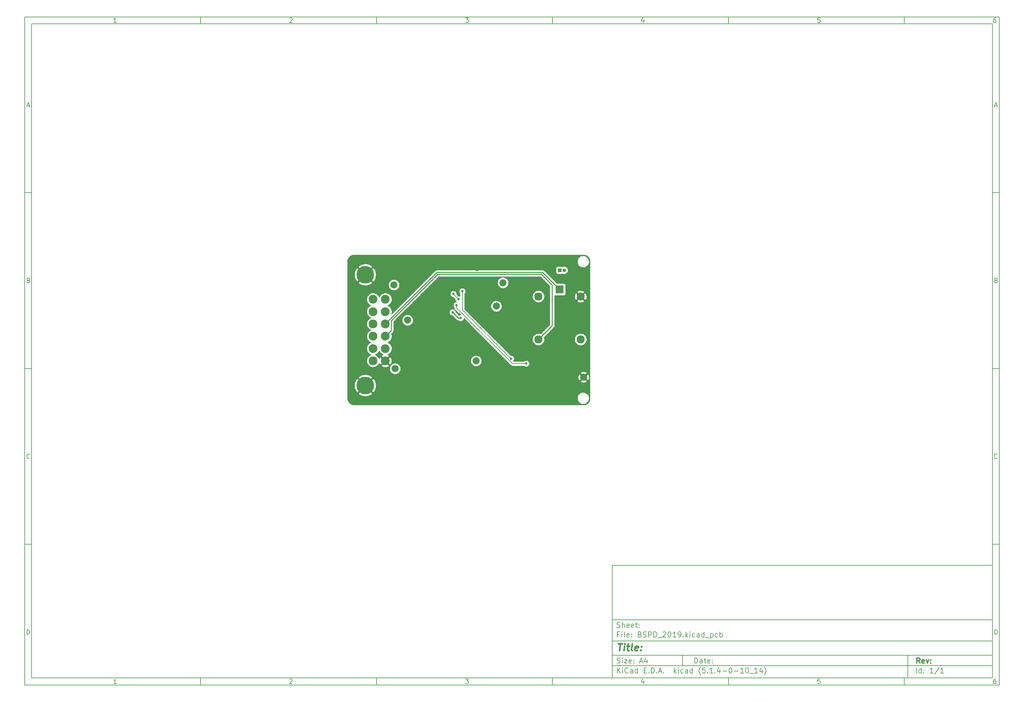
<source format=gbr>
G04 #@! TF.GenerationSoftware,KiCad,Pcbnew,(5.1.4-0-10_14)*
G04 #@! TF.CreationDate,2019-11-07T13:02:38-08:00*
G04 #@! TF.ProjectId,BSPD_2019,42535044-5f32-4303-9139-2e6b69636164,rev?*
G04 #@! TF.SameCoordinates,Original*
G04 #@! TF.FileFunction,Copper,L2,Bot*
G04 #@! TF.FilePolarity,Positive*
%FSLAX46Y46*%
G04 Gerber Fmt 4.6, Leading zero omitted, Abs format (unit mm)*
G04 Created by KiCad (PCBNEW (5.1.4-0-10_14)) date 2019-11-07 13:02:38*
%MOMM*%
%LPD*%
G04 APERTURE LIST*
%ADD10C,0.100000*%
%ADD11C,0.150000*%
%ADD12C,0.300000*%
%ADD13C,0.400000*%
%ADD14C,2.000000*%
%ADD15O,1.000000X1.000000*%
%ADD16R,1.000000X1.000000*%
%ADD17C,2.500000*%
%ADD18C,5.000000*%
%ADD19R,2.300000X2.300000*%
%ADD20C,2.300000*%
%ADD21C,0.685800*%
%ADD22C,0.254000*%
%ADD23C,0.152400*%
G04 APERTURE END LIST*
D10*
D11*
X177002200Y-166007200D02*
X177002200Y-198007200D01*
X285002200Y-198007200D01*
X285002200Y-166007200D01*
X177002200Y-166007200D01*
D10*
D11*
X10000000Y-10000000D02*
X10000000Y-200007200D01*
X287002200Y-200007200D01*
X287002200Y-10000000D01*
X10000000Y-10000000D01*
D10*
D11*
X12000000Y-12000000D02*
X12000000Y-198007200D01*
X285002200Y-198007200D01*
X285002200Y-12000000D01*
X12000000Y-12000000D01*
D10*
D11*
X60000000Y-12000000D02*
X60000000Y-10000000D01*
D10*
D11*
X110000000Y-12000000D02*
X110000000Y-10000000D01*
D10*
D11*
X160000000Y-12000000D02*
X160000000Y-10000000D01*
D10*
D11*
X210000000Y-12000000D02*
X210000000Y-10000000D01*
D10*
D11*
X260000000Y-12000000D02*
X260000000Y-10000000D01*
D10*
D11*
X36065476Y-11588095D02*
X35322619Y-11588095D01*
X35694047Y-11588095D02*
X35694047Y-10288095D01*
X35570238Y-10473809D01*
X35446428Y-10597619D01*
X35322619Y-10659523D01*
D10*
D11*
X85322619Y-10411904D02*
X85384523Y-10350000D01*
X85508333Y-10288095D01*
X85817857Y-10288095D01*
X85941666Y-10350000D01*
X86003571Y-10411904D01*
X86065476Y-10535714D01*
X86065476Y-10659523D01*
X86003571Y-10845238D01*
X85260714Y-11588095D01*
X86065476Y-11588095D01*
D10*
D11*
X135260714Y-10288095D02*
X136065476Y-10288095D01*
X135632142Y-10783333D01*
X135817857Y-10783333D01*
X135941666Y-10845238D01*
X136003571Y-10907142D01*
X136065476Y-11030952D01*
X136065476Y-11340476D01*
X136003571Y-11464285D01*
X135941666Y-11526190D01*
X135817857Y-11588095D01*
X135446428Y-11588095D01*
X135322619Y-11526190D01*
X135260714Y-11464285D01*
D10*
D11*
X185941666Y-10721428D02*
X185941666Y-11588095D01*
X185632142Y-10226190D02*
X185322619Y-11154761D01*
X186127380Y-11154761D01*
D10*
D11*
X236003571Y-10288095D02*
X235384523Y-10288095D01*
X235322619Y-10907142D01*
X235384523Y-10845238D01*
X235508333Y-10783333D01*
X235817857Y-10783333D01*
X235941666Y-10845238D01*
X236003571Y-10907142D01*
X236065476Y-11030952D01*
X236065476Y-11340476D01*
X236003571Y-11464285D01*
X235941666Y-11526190D01*
X235817857Y-11588095D01*
X235508333Y-11588095D01*
X235384523Y-11526190D01*
X235322619Y-11464285D01*
D10*
D11*
X285941666Y-10288095D02*
X285694047Y-10288095D01*
X285570238Y-10350000D01*
X285508333Y-10411904D01*
X285384523Y-10597619D01*
X285322619Y-10845238D01*
X285322619Y-11340476D01*
X285384523Y-11464285D01*
X285446428Y-11526190D01*
X285570238Y-11588095D01*
X285817857Y-11588095D01*
X285941666Y-11526190D01*
X286003571Y-11464285D01*
X286065476Y-11340476D01*
X286065476Y-11030952D01*
X286003571Y-10907142D01*
X285941666Y-10845238D01*
X285817857Y-10783333D01*
X285570238Y-10783333D01*
X285446428Y-10845238D01*
X285384523Y-10907142D01*
X285322619Y-11030952D01*
D10*
D11*
X60000000Y-198007200D02*
X60000000Y-200007200D01*
D10*
D11*
X110000000Y-198007200D02*
X110000000Y-200007200D01*
D10*
D11*
X160000000Y-198007200D02*
X160000000Y-200007200D01*
D10*
D11*
X210000000Y-198007200D02*
X210000000Y-200007200D01*
D10*
D11*
X260000000Y-198007200D02*
X260000000Y-200007200D01*
D10*
D11*
X36065476Y-199595295D02*
X35322619Y-199595295D01*
X35694047Y-199595295D02*
X35694047Y-198295295D01*
X35570238Y-198481009D01*
X35446428Y-198604819D01*
X35322619Y-198666723D01*
D10*
D11*
X85322619Y-198419104D02*
X85384523Y-198357200D01*
X85508333Y-198295295D01*
X85817857Y-198295295D01*
X85941666Y-198357200D01*
X86003571Y-198419104D01*
X86065476Y-198542914D01*
X86065476Y-198666723D01*
X86003571Y-198852438D01*
X85260714Y-199595295D01*
X86065476Y-199595295D01*
D10*
D11*
X135260714Y-198295295D02*
X136065476Y-198295295D01*
X135632142Y-198790533D01*
X135817857Y-198790533D01*
X135941666Y-198852438D01*
X136003571Y-198914342D01*
X136065476Y-199038152D01*
X136065476Y-199347676D01*
X136003571Y-199471485D01*
X135941666Y-199533390D01*
X135817857Y-199595295D01*
X135446428Y-199595295D01*
X135322619Y-199533390D01*
X135260714Y-199471485D01*
D10*
D11*
X185941666Y-198728628D02*
X185941666Y-199595295D01*
X185632142Y-198233390D02*
X185322619Y-199161961D01*
X186127380Y-199161961D01*
D10*
D11*
X236003571Y-198295295D02*
X235384523Y-198295295D01*
X235322619Y-198914342D01*
X235384523Y-198852438D01*
X235508333Y-198790533D01*
X235817857Y-198790533D01*
X235941666Y-198852438D01*
X236003571Y-198914342D01*
X236065476Y-199038152D01*
X236065476Y-199347676D01*
X236003571Y-199471485D01*
X235941666Y-199533390D01*
X235817857Y-199595295D01*
X235508333Y-199595295D01*
X235384523Y-199533390D01*
X235322619Y-199471485D01*
D10*
D11*
X285941666Y-198295295D02*
X285694047Y-198295295D01*
X285570238Y-198357200D01*
X285508333Y-198419104D01*
X285384523Y-198604819D01*
X285322619Y-198852438D01*
X285322619Y-199347676D01*
X285384523Y-199471485D01*
X285446428Y-199533390D01*
X285570238Y-199595295D01*
X285817857Y-199595295D01*
X285941666Y-199533390D01*
X286003571Y-199471485D01*
X286065476Y-199347676D01*
X286065476Y-199038152D01*
X286003571Y-198914342D01*
X285941666Y-198852438D01*
X285817857Y-198790533D01*
X285570238Y-198790533D01*
X285446428Y-198852438D01*
X285384523Y-198914342D01*
X285322619Y-199038152D01*
D10*
D11*
X10000000Y-60000000D02*
X12000000Y-60000000D01*
D10*
D11*
X10000000Y-110000000D02*
X12000000Y-110000000D01*
D10*
D11*
X10000000Y-160000000D02*
X12000000Y-160000000D01*
D10*
D11*
X10690476Y-35216666D02*
X11309523Y-35216666D01*
X10566666Y-35588095D02*
X11000000Y-34288095D01*
X11433333Y-35588095D01*
D10*
D11*
X11092857Y-84907142D02*
X11278571Y-84969047D01*
X11340476Y-85030952D01*
X11402380Y-85154761D01*
X11402380Y-85340476D01*
X11340476Y-85464285D01*
X11278571Y-85526190D01*
X11154761Y-85588095D01*
X10659523Y-85588095D01*
X10659523Y-84288095D01*
X11092857Y-84288095D01*
X11216666Y-84350000D01*
X11278571Y-84411904D01*
X11340476Y-84535714D01*
X11340476Y-84659523D01*
X11278571Y-84783333D01*
X11216666Y-84845238D01*
X11092857Y-84907142D01*
X10659523Y-84907142D01*
D10*
D11*
X11402380Y-135464285D02*
X11340476Y-135526190D01*
X11154761Y-135588095D01*
X11030952Y-135588095D01*
X10845238Y-135526190D01*
X10721428Y-135402380D01*
X10659523Y-135278571D01*
X10597619Y-135030952D01*
X10597619Y-134845238D01*
X10659523Y-134597619D01*
X10721428Y-134473809D01*
X10845238Y-134350000D01*
X11030952Y-134288095D01*
X11154761Y-134288095D01*
X11340476Y-134350000D01*
X11402380Y-134411904D01*
D10*
D11*
X10659523Y-185588095D02*
X10659523Y-184288095D01*
X10969047Y-184288095D01*
X11154761Y-184350000D01*
X11278571Y-184473809D01*
X11340476Y-184597619D01*
X11402380Y-184845238D01*
X11402380Y-185030952D01*
X11340476Y-185278571D01*
X11278571Y-185402380D01*
X11154761Y-185526190D01*
X10969047Y-185588095D01*
X10659523Y-185588095D01*
D10*
D11*
X287002200Y-60000000D02*
X285002200Y-60000000D01*
D10*
D11*
X287002200Y-110000000D02*
X285002200Y-110000000D01*
D10*
D11*
X287002200Y-160000000D02*
X285002200Y-160000000D01*
D10*
D11*
X285692676Y-35216666D02*
X286311723Y-35216666D01*
X285568866Y-35588095D02*
X286002200Y-34288095D01*
X286435533Y-35588095D01*
D10*
D11*
X286095057Y-84907142D02*
X286280771Y-84969047D01*
X286342676Y-85030952D01*
X286404580Y-85154761D01*
X286404580Y-85340476D01*
X286342676Y-85464285D01*
X286280771Y-85526190D01*
X286156961Y-85588095D01*
X285661723Y-85588095D01*
X285661723Y-84288095D01*
X286095057Y-84288095D01*
X286218866Y-84350000D01*
X286280771Y-84411904D01*
X286342676Y-84535714D01*
X286342676Y-84659523D01*
X286280771Y-84783333D01*
X286218866Y-84845238D01*
X286095057Y-84907142D01*
X285661723Y-84907142D01*
D10*
D11*
X286404580Y-135464285D02*
X286342676Y-135526190D01*
X286156961Y-135588095D01*
X286033152Y-135588095D01*
X285847438Y-135526190D01*
X285723628Y-135402380D01*
X285661723Y-135278571D01*
X285599819Y-135030952D01*
X285599819Y-134845238D01*
X285661723Y-134597619D01*
X285723628Y-134473809D01*
X285847438Y-134350000D01*
X286033152Y-134288095D01*
X286156961Y-134288095D01*
X286342676Y-134350000D01*
X286404580Y-134411904D01*
D10*
D11*
X285661723Y-185588095D02*
X285661723Y-184288095D01*
X285971247Y-184288095D01*
X286156961Y-184350000D01*
X286280771Y-184473809D01*
X286342676Y-184597619D01*
X286404580Y-184845238D01*
X286404580Y-185030952D01*
X286342676Y-185278571D01*
X286280771Y-185402380D01*
X286156961Y-185526190D01*
X285971247Y-185588095D01*
X285661723Y-185588095D01*
D10*
D11*
X200434342Y-193785771D02*
X200434342Y-192285771D01*
X200791485Y-192285771D01*
X201005771Y-192357200D01*
X201148628Y-192500057D01*
X201220057Y-192642914D01*
X201291485Y-192928628D01*
X201291485Y-193142914D01*
X201220057Y-193428628D01*
X201148628Y-193571485D01*
X201005771Y-193714342D01*
X200791485Y-193785771D01*
X200434342Y-193785771D01*
X202577200Y-193785771D02*
X202577200Y-193000057D01*
X202505771Y-192857200D01*
X202362914Y-192785771D01*
X202077200Y-192785771D01*
X201934342Y-192857200D01*
X202577200Y-193714342D02*
X202434342Y-193785771D01*
X202077200Y-193785771D01*
X201934342Y-193714342D01*
X201862914Y-193571485D01*
X201862914Y-193428628D01*
X201934342Y-193285771D01*
X202077200Y-193214342D01*
X202434342Y-193214342D01*
X202577200Y-193142914D01*
X203077200Y-192785771D02*
X203648628Y-192785771D01*
X203291485Y-192285771D02*
X203291485Y-193571485D01*
X203362914Y-193714342D01*
X203505771Y-193785771D01*
X203648628Y-193785771D01*
X204720057Y-193714342D02*
X204577200Y-193785771D01*
X204291485Y-193785771D01*
X204148628Y-193714342D01*
X204077200Y-193571485D01*
X204077200Y-193000057D01*
X204148628Y-192857200D01*
X204291485Y-192785771D01*
X204577200Y-192785771D01*
X204720057Y-192857200D01*
X204791485Y-193000057D01*
X204791485Y-193142914D01*
X204077200Y-193285771D01*
X205434342Y-193642914D02*
X205505771Y-193714342D01*
X205434342Y-193785771D01*
X205362914Y-193714342D01*
X205434342Y-193642914D01*
X205434342Y-193785771D01*
X205434342Y-192857200D02*
X205505771Y-192928628D01*
X205434342Y-193000057D01*
X205362914Y-192928628D01*
X205434342Y-192857200D01*
X205434342Y-193000057D01*
D10*
D11*
X177002200Y-194507200D02*
X285002200Y-194507200D01*
D10*
D11*
X178434342Y-196585771D02*
X178434342Y-195085771D01*
X179291485Y-196585771D02*
X178648628Y-195728628D01*
X179291485Y-195085771D02*
X178434342Y-195942914D01*
X179934342Y-196585771D02*
X179934342Y-195585771D01*
X179934342Y-195085771D02*
X179862914Y-195157200D01*
X179934342Y-195228628D01*
X180005771Y-195157200D01*
X179934342Y-195085771D01*
X179934342Y-195228628D01*
X181505771Y-196442914D02*
X181434342Y-196514342D01*
X181220057Y-196585771D01*
X181077200Y-196585771D01*
X180862914Y-196514342D01*
X180720057Y-196371485D01*
X180648628Y-196228628D01*
X180577200Y-195942914D01*
X180577200Y-195728628D01*
X180648628Y-195442914D01*
X180720057Y-195300057D01*
X180862914Y-195157200D01*
X181077200Y-195085771D01*
X181220057Y-195085771D01*
X181434342Y-195157200D01*
X181505771Y-195228628D01*
X182791485Y-196585771D02*
X182791485Y-195800057D01*
X182720057Y-195657200D01*
X182577200Y-195585771D01*
X182291485Y-195585771D01*
X182148628Y-195657200D01*
X182791485Y-196514342D02*
X182648628Y-196585771D01*
X182291485Y-196585771D01*
X182148628Y-196514342D01*
X182077200Y-196371485D01*
X182077200Y-196228628D01*
X182148628Y-196085771D01*
X182291485Y-196014342D01*
X182648628Y-196014342D01*
X182791485Y-195942914D01*
X184148628Y-196585771D02*
X184148628Y-195085771D01*
X184148628Y-196514342D02*
X184005771Y-196585771D01*
X183720057Y-196585771D01*
X183577200Y-196514342D01*
X183505771Y-196442914D01*
X183434342Y-196300057D01*
X183434342Y-195871485D01*
X183505771Y-195728628D01*
X183577200Y-195657200D01*
X183720057Y-195585771D01*
X184005771Y-195585771D01*
X184148628Y-195657200D01*
X186005771Y-195800057D02*
X186505771Y-195800057D01*
X186720057Y-196585771D02*
X186005771Y-196585771D01*
X186005771Y-195085771D01*
X186720057Y-195085771D01*
X187362914Y-196442914D02*
X187434342Y-196514342D01*
X187362914Y-196585771D01*
X187291485Y-196514342D01*
X187362914Y-196442914D01*
X187362914Y-196585771D01*
X188077200Y-196585771D02*
X188077200Y-195085771D01*
X188434342Y-195085771D01*
X188648628Y-195157200D01*
X188791485Y-195300057D01*
X188862914Y-195442914D01*
X188934342Y-195728628D01*
X188934342Y-195942914D01*
X188862914Y-196228628D01*
X188791485Y-196371485D01*
X188648628Y-196514342D01*
X188434342Y-196585771D01*
X188077200Y-196585771D01*
X189577200Y-196442914D02*
X189648628Y-196514342D01*
X189577200Y-196585771D01*
X189505771Y-196514342D01*
X189577200Y-196442914D01*
X189577200Y-196585771D01*
X190220057Y-196157200D02*
X190934342Y-196157200D01*
X190077200Y-196585771D02*
X190577200Y-195085771D01*
X191077200Y-196585771D01*
X191577200Y-196442914D02*
X191648628Y-196514342D01*
X191577200Y-196585771D01*
X191505771Y-196514342D01*
X191577200Y-196442914D01*
X191577200Y-196585771D01*
X194577200Y-196585771D02*
X194577200Y-195085771D01*
X194720057Y-196014342D02*
X195148628Y-196585771D01*
X195148628Y-195585771D02*
X194577200Y-196157200D01*
X195791485Y-196585771D02*
X195791485Y-195585771D01*
X195791485Y-195085771D02*
X195720057Y-195157200D01*
X195791485Y-195228628D01*
X195862914Y-195157200D01*
X195791485Y-195085771D01*
X195791485Y-195228628D01*
X197148628Y-196514342D02*
X197005771Y-196585771D01*
X196720057Y-196585771D01*
X196577200Y-196514342D01*
X196505771Y-196442914D01*
X196434342Y-196300057D01*
X196434342Y-195871485D01*
X196505771Y-195728628D01*
X196577200Y-195657200D01*
X196720057Y-195585771D01*
X197005771Y-195585771D01*
X197148628Y-195657200D01*
X198434342Y-196585771D02*
X198434342Y-195800057D01*
X198362914Y-195657200D01*
X198220057Y-195585771D01*
X197934342Y-195585771D01*
X197791485Y-195657200D01*
X198434342Y-196514342D02*
X198291485Y-196585771D01*
X197934342Y-196585771D01*
X197791485Y-196514342D01*
X197720057Y-196371485D01*
X197720057Y-196228628D01*
X197791485Y-196085771D01*
X197934342Y-196014342D01*
X198291485Y-196014342D01*
X198434342Y-195942914D01*
X199791485Y-196585771D02*
X199791485Y-195085771D01*
X199791485Y-196514342D02*
X199648628Y-196585771D01*
X199362914Y-196585771D01*
X199220057Y-196514342D01*
X199148628Y-196442914D01*
X199077200Y-196300057D01*
X199077200Y-195871485D01*
X199148628Y-195728628D01*
X199220057Y-195657200D01*
X199362914Y-195585771D01*
X199648628Y-195585771D01*
X199791485Y-195657200D01*
X202077200Y-197157200D02*
X202005771Y-197085771D01*
X201862914Y-196871485D01*
X201791485Y-196728628D01*
X201720057Y-196514342D01*
X201648628Y-196157200D01*
X201648628Y-195871485D01*
X201720057Y-195514342D01*
X201791485Y-195300057D01*
X201862914Y-195157200D01*
X202005771Y-194942914D01*
X202077200Y-194871485D01*
X203362914Y-195085771D02*
X202648628Y-195085771D01*
X202577200Y-195800057D01*
X202648628Y-195728628D01*
X202791485Y-195657200D01*
X203148628Y-195657200D01*
X203291485Y-195728628D01*
X203362914Y-195800057D01*
X203434342Y-195942914D01*
X203434342Y-196300057D01*
X203362914Y-196442914D01*
X203291485Y-196514342D01*
X203148628Y-196585771D01*
X202791485Y-196585771D01*
X202648628Y-196514342D01*
X202577200Y-196442914D01*
X204077200Y-196442914D02*
X204148628Y-196514342D01*
X204077200Y-196585771D01*
X204005771Y-196514342D01*
X204077200Y-196442914D01*
X204077200Y-196585771D01*
X205577200Y-196585771D02*
X204720057Y-196585771D01*
X205148628Y-196585771D02*
X205148628Y-195085771D01*
X205005771Y-195300057D01*
X204862914Y-195442914D01*
X204720057Y-195514342D01*
X206220057Y-196442914D02*
X206291485Y-196514342D01*
X206220057Y-196585771D01*
X206148628Y-196514342D01*
X206220057Y-196442914D01*
X206220057Y-196585771D01*
X207577200Y-195585771D02*
X207577200Y-196585771D01*
X207220057Y-195014342D02*
X206862914Y-196085771D01*
X207791485Y-196085771D01*
X208362914Y-196014342D02*
X209505771Y-196014342D01*
X210505771Y-195085771D02*
X210648628Y-195085771D01*
X210791485Y-195157200D01*
X210862914Y-195228628D01*
X210934342Y-195371485D01*
X211005771Y-195657200D01*
X211005771Y-196014342D01*
X210934342Y-196300057D01*
X210862914Y-196442914D01*
X210791485Y-196514342D01*
X210648628Y-196585771D01*
X210505771Y-196585771D01*
X210362914Y-196514342D01*
X210291485Y-196442914D01*
X210220057Y-196300057D01*
X210148628Y-196014342D01*
X210148628Y-195657200D01*
X210220057Y-195371485D01*
X210291485Y-195228628D01*
X210362914Y-195157200D01*
X210505771Y-195085771D01*
X211648628Y-196014342D02*
X212791485Y-196014342D01*
X214291485Y-196585771D02*
X213434342Y-196585771D01*
X213862914Y-196585771D02*
X213862914Y-195085771D01*
X213720057Y-195300057D01*
X213577200Y-195442914D01*
X213434342Y-195514342D01*
X215220057Y-195085771D02*
X215362914Y-195085771D01*
X215505771Y-195157200D01*
X215577200Y-195228628D01*
X215648628Y-195371485D01*
X215720057Y-195657200D01*
X215720057Y-196014342D01*
X215648628Y-196300057D01*
X215577200Y-196442914D01*
X215505771Y-196514342D01*
X215362914Y-196585771D01*
X215220057Y-196585771D01*
X215077200Y-196514342D01*
X215005771Y-196442914D01*
X214934342Y-196300057D01*
X214862914Y-196014342D01*
X214862914Y-195657200D01*
X214934342Y-195371485D01*
X215005771Y-195228628D01*
X215077200Y-195157200D01*
X215220057Y-195085771D01*
X216005771Y-196728628D02*
X217148628Y-196728628D01*
X218291485Y-196585771D02*
X217434342Y-196585771D01*
X217862914Y-196585771D02*
X217862914Y-195085771D01*
X217720057Y-195300057D01*
X217577200Y-195442914D01*
X217434342Y-195514342D01*
X219577200Y-195585771D02*
X219577200Y-196585771D01*
X219220057Y-195014342D02*
X218862914Y-196085771D01*
X219791485Y-196085771D01*
X220220057Y-197157200D02*
X220291485Y-197085771D01*
X220434342Y-196871485D01*
X220505771Y-196728628D01*
X220577200Y-196514342D01*
X220648628Y-196157200D01*
X220648628Y-195871485D01*
X220577200Y-195514342D01*
X220505771Y-195300057D01*
X220434342Y-195157200D01*
X220291485Y-194942914D01*
X220220057Y-194871485D01*
D10*
D11*
X177002200Y-191507200D02*
X285002200Y-191507200D01*
D10*
D12*
X264411485Y-193785771D02*
X263911485Y-193071485D01*
X263554342Y-193785771D02*
X263554342Y-192285771D01*
X264125771Y-192285771D01*
X264268628Y-192357200D01*
X264340057Y-192428628D01*
X264411485Y-192571485D01*
X264411485Y-192785771D01*
X264340057Y-192928628D01*
X264268628Y-193000057D01*
X264125771Y-193071485D01*
X263554342Y-193071485D01*
X265625771Y-193714342D02*
X265482914Y-193785771D01*
X265197200Y-193785771D01*
X265054342Y-193714342D01*
X264982914Y-193571485D01*
X264982914Y-193000057D01*
X265054342Y-192857200D01*
X265197200Y-192785771D01*
X265482914Y-192785771D01*
X265625771Y-192857200D01*
X265697200Y-193000057D01*
X265697200Y-193142914D01*
X264982914Y-193285771D01*
X266197200Y-192785771D02*
X266554342Y-193785771D01*
X266911485Y-192785771D01*
X267482914Y-193642914D02*
X267554342Y-193714342D01*
X267482914Y-193785771D01*
X267411485Y-193714342D01*
X267482914Y-193642914D01*
X267482914Y-193785771D01*
X267482914Y-192857200D02*
X267554342Y-192928628D01*
X267482914Y-193000057D01*
X267411485Y-192928628D01*
X267482914Y-192857200D01*
X267482914Y-193000057D01*
D10*
D11*
X178362914Y-193714342D02*
X178577200Y-193785771D01*
X178934342Y-193785771D01*
X179077200Y-193714342D01*
X179148628Y-193642914D01*
X179220057Y-193500057D01*
X179220057Y-193357200D01*
X179148628Y-193214342D01*
X179077200Y-193142914D01*
X178934342Y-193071485D01*
X178648628Y-193000057D01*
X178505771Y-192928628D01*
X178434342Y-192857200D01*
X178362914Y-192714342D01*
X178362914Y-192571485D01*
X178434342Y-192428628D01*
X178505771Y-192357200D01*
X178648628Y-192285771D01*
X179005771Y-192285771D01*
X179220057Y-192357200D01*
X179862914Y-193785771D02*
X179862914Y-192785771D01*
X179862914Y-192285771D02*
X179791485Y-192357200D01*
X179862914Y-192428628D01*
X179934342Y-192357200D01*
X179862914Y-192285771D01*
X179862914Y-192428628D01*
X180434342Y-192785771D02*
X181220057Y-192785771D01*
X180434342Y-193785771D01*
X181220057Y-193785771D01*
X182362914Y-193714342D02*
X182220057Y-193785771D01*
X181934342Y-193785771D01*
X181791485Y-193714342D01*
X181720057Y-193571485D01*
X181720057Y-193000057D01*
X181791485Y-192857200D01*
X181934342Y-192785771D01*
X182220057Y-192785771D01*
X182362914Y-192857200D01*
X182434342Y-193000057D01*
X182434342Y-193142914D01*
X181720057Y-193285771D01*
X183077200Y-193642914D02*
X183148628Y-193714342D01*
X183077200Y-193785771D01*
X183005771Y-193714342D01*
X183077200Y-193642914D01*
X183077200Y-193785771D01*
X183077200Y-192857200D02*
X183148628Y-192928628D01*
X183077200Y-193000057D01*
X183005771Y-192928628D01*
X183077200Y-192857200D01*
X183077200Y-193000057D01*
X184862914Y-193357200D02*
X185577200Y-193357200D01*
X184720057Y-193785771D02*
X185220057Y-192285771D01*
X185720057Y-193785771D01*
X186862914Y-192785771D02*
X186862914Y-193785771D01*
X186505771Y-192214342D02*
X186148628Y-193285771D01*
X187077200Y-193285771D01*
D10*
D11*
X263434342Y-196585771D02*
X263434342Y-195085771D01*
X264791485Y-196585771D02*
X264791485Y-195085771D01*
X264791485Y-196514342D02*
X264648628Y-196585771D01*
X264362914Y-196585771D01*
X264220057Y-196514342D01*
X264148628Y-196442914D01*
X264077200Y-196300057D01*
X264077200Y-195871485D01*
X264148628Y-195728628D01*
X264220057Y-195657200D01*
X264362914Y-195585771D01*
X264648628Y-195585771D01*
X264791485Y-195657200D01*
X265505771Y-196442914D02*
X265577200Y-196514342D01*
X265505771Y-196585771D01*
X265434342Y-196514342D01*
X265505771Y-196442914D01*
X265505771Y-196585771D01*
X265505771Y-195657200D02*
X265577200Y-195728628D01*
X265505771Y-195800057D01*
X265434342Y-195728628D01*
X265505771Y-195657200D01*
X265505771Y-195800057D01*
X268148628Y-196585771D02*
X267291485Y-196585771D01*
X267720057Y-196585771D02*
X267720057Y-195085771D01*
X267577200Y-195300057D01*
X267434342Y-195442914D01*
X267291485Y-195514342D01*
X269862914Y-195014342D02*
X268577200Y-196942914D01*
X271148628Y-196585771D02*
X270291485Y-196585771D01*
X270720057Y-196585771D02*
X270720057Y-195085771D01*
X270577200Y-195300057D01*
X270434342Y-195442914D01*
X270291485Y-195514342D01*
D10*
D11*
X177002200Y-187507200D02*
X285002200Y-187507200D01*
D10*
D13*
X178714580Y-188211961D02*
X179857438Y-188211961D01*
X179036009Y-190211961D02*
X179286009Y-188211961D01*
X180274104Y-190211961D02*
X180440771Y-188878628D01*
X180524104Y-188211961D02*
X180416961Y-188307200D01*
X180500295Y-188402438D01*
X180607438Y-188307200D01*
X180524104Y-188211961D01*
X180500295Y-188402438D01*
X181107438Y-188878628D02*
X181869342Y-188878628D01*
X181476485Y-188211961D02*
X181262200Y-189926247D01*
X181333628Y-190116723D01*
X181512200Y-190211961D01*
X181702676Y-190211961D01*
X182655057Y-190211961D02*
X182476485Y-190116723D01*
X182405057Y-189926247D01*
X182619342Y-188211961D01*
X184190771Y-190116723D02*
X183988390Y-190211961D01*
X183607438Y-190211961D01*
X183428866Y-190116723D01*
X183357438Y-189926247D01*
X183452676Y-189164342D01*
X183571723Y-188973866D01*
X183774104Y-188878628D01*
X184155057Y-188878628D01*
X184333628Y-188973866D01*
X184405057Y-189164342D01*
X184381247Y-189354819D01*
X183405057Y-189545295D01*
X185155057Y-190021485D02*
X185238390Y-190116723D01*
X185131247Y-190211961D01*
X185047914Y-190116723D01*
X185155057Y-190021485D01*
X185131247Y-190211961D01*
X185286009Y-188973866D02*
X185369342Y-189069104D01*
X185262200Y-189164342D01*
X185178866Y-189069104D01*
X185286009Y-188973866D01*
X185262200Y-189164342D01*
D10*
D11*
X178934342Y-185600057D02*
X178434342Y-185600057D01*
X178434342Y-186385771D02*
X178434342Y-184885771D01*
X179148628Y-184885771D01*
X179720057Y-186385771D02*
X179720057Y-185385771D01*
X179720057Y-184885771D02*
X179648628Y-184957200D01*
X179720057Y-185028628D01*
X179791485Y-184957200D01*
X179720057Y-184885771D01*
X179720057Y-185028628D01*
X180648628Y-186385771D02*
X180505771Y-186314342D01*
X180434342Y-186171485D01*
X180434342Y-184885771D01*
X181791485Y-186314342D02*
X181648628Y-186385771D01*
X181362914Y-186385771D01*
X181220057Y-186314342D01*
X181148628Y-186171485D01*
X181148628Y-185600057D01*
X181220057Y-185457200D01*
X181362914Y-185385771D01*
X181648628Y-185385771D01*
X181791485Y-185457200D01*
X181862914Y-185600057D01*
X181862914Y-185742914D01*
X181148628Y-185885771D01*
X182505771Y-186242914D02*
X182577200Y-186314342D01*
X182505771Y-186385771D01*
X182434342Y-186314342D01*
X182505771Y-186242914D01*
X182505771Y-186385771D01*
X182505771Y-185457200D02*
X182577200Y-185528628D01*
X182505771Y-185600057D01*
X182434342Y-185528628D01*
X182505771Y-185457200D01*
X182505771Y-185600057D01*
X184862914Y-185600057D02*
X185077200Y-185671485D01*
X185148628Y-185742914D01*
X185220057Y-185885771D01*
X185220057Y-186100057D01*
X185148628Y-186242914D01*
X185077200Y-186314342D01*
X184934342Y-186385771D01*
X184362914Y-186385771D01*
X184362914Y-184885771D01*
X184862914Y-184885771D01*
X185005771Y-184957200D01*
X185077200Y-185028628D01*
X185148628Y-185171485D01*
X185148628Y-185314342D01*
X185077200Y-185457200D01*
X185005771Y-185528628D01*
X184862914Y-185600057D01*
X184362914Y-185600057D01*
X185791485Y-186314342D02*
X186005771Y-186385771D01*
X186362914Y-186385771D01*
X186505771Y-186314342D01*
X186577200Y-186242914D01*
X186648628Y-186100057D01*
X186648628Y-185957200D01*
X186577200Y-185814342D01*
X186505771Y-185742914D01*
X186362914Y-185671485D01*
X186077200Y-185600057D01*
X185934342Y-185528628D01*
X185862914Y-185457200D01*
X185791485Y-185314342D01*
X185791485Y-185171485D01*
X185862914Y-185028628D01*
X185934342Y-184957200D01*
X186077200Y-184885771D01*
X186434342Y-184885771D01*
X186648628Y-184957200D01*
X187291485Y-186385771D02*
X187291485Y-184885771D01*
X187862914Y-184885771D01*
X188005771Y-184957200D01*
X188077200Y-185028628D01*
X188148628Y-185171485D01*
X188148628Y-185385771D01*
X188077200Y-185528628D01*
X188005771Y-185600057D01*
X187862914Y-185671485D01*
X187291485Y-185671485D01*
X188791485Y-186385771D02*
X188791485Y-184885771D01*
X189148628Y-184885771D01*
X189362914Y-184957200D01*
X189505771Y-185100057D01*
X189577200Y-185242914D01*
X189648628Y-185528628D01*
X189648628Y-185742914D01*
X189577200Y-186028628D01*
X189505771Y-186171485D01*
X189362914Y-186314342D01*
X189148628Y-186385771D01*
X188791485Y-186385771D01*
X189934342Y-186528628D02*
X191077200Y-186528628D01*
X191362914Y-185028628D02*
X191434342Y-184957200D01*
X191577200Y-184885771D01*
X191934342Y-184885771D01*
X192077200Y-184957200D01*
X192148628Y-185028628D01*
X192220057Y-185171485D01*
X192220057Y-185314342D01*
X192148628Y-185528628D01*
X191291485Y-186385771D01*
X192220057Y-186385771D01*
X193148628Y-184885771D02*
X193291485Y-184885771D01*
X193434342Y-184957200D01*
X193505771Y-185028628D01*
X193577200Y-185171485D01*
X193648628Y-185457200D01*
X193648628Y-185814342D01*
X193577200Y-186100057D01*
X193505771Y-186242914D01*
X193434342Y-186314342D01*
X193291485Y-186385771D01*
X193148628Y-186385771D01*
X193005771Y-186314342D01*
X192934342Y-186242914D01*
X192862914Y-186100057D01*
X192791485Y-185814342D01*
X192791485Y-185457200D01*
X192862914Y-185171485D01*
X192934342Y-185028628D01*
X193005771Y-184957200D01*
X193148628Y-184885771D01*
X195077200Y-186385771D02*
X194220057Y-186385771D01*
X194648628Y-186385771D02*
X194648628Y-184885771D01*
X194505771Y-185100057D01*
X194362914Y-185242914D01*
X194220057Y-185314342D01*
X195791485Y-186385771D02*
X196077200Y-186385771D01*
X196220057Y-186314342D01*
X196291485Y-186242914D01*
X196434342Y-186028628D01*
X196505771Y-185742914D01*
X196505771Y-185171485D01*
X196434342Y-185028628D01*
X196362914Y-184957200D01*
X196220057Y-184885771D01*
X195934342Y-184885771D01*
X195791485Y-184957200D01*
X195720057Y-185028628D01*
X195648628Y-185171485D01*
X195648628Y-185528628D01*
X195720057Y-185671485D01*
X195791485Y-185742914D01*
X195934342Y-185814342D01*
X196220057Y-185814342D01*
X196362914Y-185742914D01*
X196434342Y-185671485D01*
X196505771Y-185528628D01*
X197148628Y-186242914D02*
X197220057Y-186314342D01*
X197148628Y-186385771D01*
X197077200Y-186314342D01*
X197148628Y-186242914D01*
X197148628Y-186385771D01*
X197862914Y-186385771D02*
X197862914Y-184885771D01*
X198005771Y-185814342D02*
X198434342Y-186385771D01*
X198434342Y-185385771D02*
X197862914Y-185957200D01*
X199077200Y-186385771D02*
X199077200Y-185385771D01*
X199077200Y-184885771D02*
X199005771Y-184957200D01*
X199077200Y-185028628D01*
X199148628Y-184957200D01*
X199077200Y-184885771D01*
X199077200Y-185028628D01*
X200434342Y-186314342D02*
X200291485Y-186385771D01*
X200005771Y-186385771D01*
X199862914Y-186314342D01*
X199791485Y-186242914D01*
X199720057Y-186100057D01*
X199720057Y-185671485D01*
X199791485Y-185528628D01*
X199862914Y-185457200D01*
X200005771Y-185385771D01*
X200291485Y-185385771D01*
X200434342Y-185457200D01*
X201720057Y-186385771D02*
X201720057Y-185600057D01*
X201648628Y-185457200D01*
X201505771Y-185385771D01*
X201220057Y-185385771D01*
X201077200Y-185457200D01*
X201720057Y-186314342D02*
X201577200Y-186385771D01*
X201220057Y-186385771D01*
X201077200Y-186314342D01*
X201005771Y-186171485D01*
X201005771Y-186028628D01*
X201077200Y-185885771D01*
X201220057Y-185814342D01*
X201577200Y-185814342D01*
X201720057Y-185742914D01*
X203077200Y-186385771D02*
X203077200Y-184885771D01*
X203077200Y-186314342D02*
X202934342Y-186385771D01*
X202648628Y-186385771D01*
X202505771Y-186314342D01*
X202434342Y-186242914D01*
X202362914Y-186100057D01*
X202362914Y-185671485D01*
X202434342Y-185528628D01*
X202505771Y-185457200D01*
X202648628Y-185385771D01*
X202934342Y-185385771D01*
X203077200Y-185457200D01*
X203434342Y-186528628D02*
X204577200Y-186528628D01*
X204934342Y-185385771D02*
X204934342Y-186885771D01*
X204934342Y-185457200D02*
X205077200Y-185385771D01*
X205362914Y-185385771D01*
X205505771Y-185457200D01*
X205577200Y-185528628D01*
X205648628Y-185671485D01*
X205648628Y-186100057D01*
X205577200Y-186242914D01*
X205505771Y-186314342D01*
X205362914Y-186385771D01*
X205077200Y-186385771D01*
X204934342Y-186314342D01*
X206934342Y-186314342D02*
X206791485Y-186385771D01*
X206505771Y-186385771D01*
X206362914Y-186314342D01*
X206291485Y-186242914D01*
X206220057Y-186100057D01*
X206220057Y-185671485D01*
X206291485Y-185528628D01*
X206362914Y-185457200D01*
X206505771Y-185385771D01*
X206791485Y-185385771D01*
X206934342Y-185457200D01*
X207577200Y-186385771D02*
X207577200Y-184885771D01*
X207577200Y-185457200D02*
X207720057Y-185385771D01*
X208005771Y-185385771D01*
X208148628Y-185457200D01*
X208220057Y-185528628D01*
X208291485Y-185671485D01*
X208291485Y-186100057D01*
X208220057Y-186242914D01*
X208148628Y-186314342D01*
X208005771Y-186385771D01*
X207720057Y-186385771D01*
X207577200Y-186314342D01*
D10*
D11*
X177002200Y-181507200D02*
X285002200Y-181507200D01*
D10*
D11*
X178362914Y-183614342D02*
X178577200Y-183685771D01*
X178934342Y-183685771D01*
X179077200Y-183614342D01*
X179148628Y-183542914D01*
X179220057Y-183400057D01*
X179220057Y-183257200D01*
X179148628Y-183114342D01*
X179077200Y-183042914D01*
X178934342Y-182971485D01*
X178648628Y-182900057D01*
X178505771Y-182828628D01*
X178434342Y-182757200D01*
X178362914Y-182614342D01*
X178362914Y-182471485D01*
X178434342Y-182328628D01*
X178505771Y-182257200D01*
X178648628Y-182185771D01*
X179005771Y-182185771D01*
X179220057Y-182257200D01*
X179862914Y-183685771D02*
X179862914Y-182185771D01*
X180505771Y-183685771D02*
X180505771Y-182900057D01*
X180434342Y-182757200D01*
X180291485Y-182685771D01*
X180077200Y-182685771D01*
X179934342Y-182757200D01*
X179862914Y-182828628D01*
X181791485Y-183614342D02*
X181648628Y-183685771D01*
X181362914Y-183685771D01*
X181220057Y-183614342D01*
X181148628Y-183471485D01*
X181148628Y-182900057D01*
X181220057Y-182757200D01*
X181362914Y-182685771D01*
X181648628Y-182685771D01*
X181791485Y-182757200D01*
X181862914Y-182900057D01*
X181862914Y-183042914D01*
X181148628Y-183185771D01*
X183077200Y-183614342D02*
X182934342Y-183685771D01*
X182648628Y-183685771D01*
X182505771Y-183614342D01*
X182434342Y-183471485D01*
X182434342Y-182900057D01*
X182505771Y-182757200D01*
X182648628Y-182685771D01*
X182934342Y-182685771D01*
X183077200Y-182757200D01*
X183148628Y-182900057D01*
X183148628Y-183042914D01*
X182434342Y-183185771D01*
X183577200Y-182685771D02*
X184148628Y-182685771D01*
X183791485Y-182185771D02*
X183791485Y-183471485D01*
X183862914Y-183614342D01*
X184005771Y-183685771D01*
X184148628Y-183685771D01*
X184648628Y-183542914D02*
X184720057Y-183614342D01*
X184648628Y-183685771D01*
X184577200Y-183614342D01*
X184648628Y-183542914D01*
X184648628Y-183685771D01*
X184648628Y-182757200D02*
X184720057Y-182828628D01*
X184648628Y-182900057D01*
X184577200Y-182828628D01*
X184648628Y-182757200D01*
X184648628Y-182900057D01*
D10*
D11*
X197002200Y-191507200D02*
X197002200Y-194507200D01*
D10*
D11*
X261002200Y-191507200D02*
X261002200Y-198007200D01*
D14*
X145923000Y-85598000D03*
D15*
X163322000Y-82042000D03*
D16*
X162052000Y-82042000D03*
D17*
X108994000Y-100810000D03*
X108994000Y-104310000D03*
X108994000Y-107810000D03*
X112494000Y-107810000D03*
X112494000Y-104310000D03*
X112494000Y-100810000D03*
X108994000Y-90310000D03*
X108994000Y-93810000D03*
X108994000Y-97310000D03*
X112494000Y-97310000D03*
X112494000Y-93810000D03*
X112494000Y-90310000D03*
D18*
X106794000Y-114810000D03*
X106794000Y-83310000D03*
D19*
X161988500Y-87503000D03*
D20*
X155988500Y-89503000D03*
X167988500Y-89503000D03*
X155988500Y-101703000D03*
X167988500Y-101703000D03*
D14*
X114935000Y-86207600D03*
X118821200Y-96240600D03*
X168846500Y-112458500D03*
X138290300Y-107823000D03*
X115265200Y-110032800D03*
X144018000Y-92265500D03*
D21*
X150241000Y-114046000D03*
X141224000Y-115062000D03*
X128397000Y-110871000D03*
X128397000Y-115316000D03*
X136144000Y-116713000D03*
X123952000Y-105537000D03*
X158242000Y-114046000D03*
X133667500Y-94615000D03*
X123952000Y-91313000D03*
X138557000Y-81953090D03*
X134747000Y-99314000D03*
X151003000Y-95377000D03*
X143129000Y-106426000D03*
X115570000Y-114681000D03*
X120904000Y-115062000D03*
X133858020Y-95630980D03*
X131572000Y-93977400D03*
X148209000Y-107188000D03*
X134366000Y-88011000D03*
X152527000Y-108585000D03*
X132714999Y-91948001D03*
X133286500Y-90297000D03*
X131826000Y-88772994D03*
D22*
X133225580Y-95630980D02*
X131572000Y-93977400D01*
X133858020Y-95630980D02*
X133225580Y-95630980D01*
X114125001Y-96527119D02*
X114125001Y-98092881D01*
X114060158Y-96462276D02*
X114125001Y-96527119D01*
X127337434Y-83185000D02*
X114060158Y-96462276D01*
X159893000Y-97798500D02*
X159893000Y-86233000D01*
X156845000Y-83185000D02*
X127337434Y-83185000D01*
X159893000Y-86233000D02*
X156845000Y-83185000D01*
X155988500Y-101703000D02*
X159893000Y-97798500D01*
X114125001Y-99178999D02*
X112776000Y-100528000D01*
X114125001Y-98092881D02*
X114125001Y-99178999D01*
X127127000Y-82677000D02*
X112494000Y-97310000D01*
X157162500Y-82677000D02*
X127127000Y-82677000D01*
X161988500Y-87503000D02*
X157162500Y-82677000D01*
D23*
X134366000Y-93345000D02*
X148209000Y-107188000D01*
X134366000Y-88011000D02*
X134366000Y-93345000D01*
X132714999Y-92709999D02*
X132714999Y-91948001D01*
X148590000Y-108585000D02*
X132714999Y-92709999D01*
X132714999Y-92432934D02*
X132714999Y-91948001D01*
X132714999Y-92709999D02*
X132714999Y-92432934D01*
X152527000Y-108585000D02*
X148590000Y-108585000D01*
X133286500Y-90297000D02*
X131826000Y-88836500D01*
X131826000Y-88836500D02*
X131826000Y-88772994D01*
D22*
G36*
X169081687Y-77749018D02*
G01*
X169430079Y-77854203D01*
X169751409Y-78025057D01*
X170033428Y-78255067D01*
X170265401Y-78535474D01*
X170438494Y-78855603D01*
X170546109Y-79203250D01*
X170587600Y-79598015D01*
X170587601Y-118392769D01*
X170548683Y-118789686D01*
X170443497Y-119138079D01*
X170272643Y-119459409D01*
X170042635Y-119741425D01*
X169762224Y-119973402D01*
X169442094Y-120146495D01*
X169094454Y-120254108D01*
X168699685Y-120295600D01*
X103704821Y-120295600D01*
X103307914Y-120256683D01*
X102959521Y-120151497D01*
X102638191Y-119980643D01*
X102356175Y-119750635D01*
X102124198Y-119470224D01*
X101951105Y-119150094D01*
X101843492Y-118802454D01*
X101802000Y-118407685D01*
X101802000Y-118256617D01*
X166984500Y-118256617D01*
X166984500Y-118598383D01*
X167051175Y-118933581D01*
X167181963Y-119249331D01*
X167371837Y-119533498D01*
X167613502Y-119775163D01*
X167897669Y-119965037D01*
X168213419Y-120095825D01*
X168548617Y-120162500D01*
X168890383Y-120162500D01*
X169225581Y-120095825D01*
X169541331Y-119965037D01*
X169825498Y-119775163D01*
X170067163Y-119533498D01*
X170257037Y-119249331D01*
X170387825Y-118933581D01*
X170454500Y-118598383D01*
X170454500Y-118256617D01*
X170387825Y-117921419D01*
X170257037Y-117605669D01*
X170067163Y-117321502D01*
X169825498Y-117079837D01*
X169541331Y-116889963D01*
X169225581Y-116759175D01*
X168890383Y-116692500D01*
X168548617Y-116692500D01*
X168213419Y-116759175D01*
X167897669Y-116889963D01*
X167613502Y-117079837D01*
X167371837Y-117321502D01*
X167181963Y-117605669D01*
X167051175Y-117921419D01*
X166984500Y-118256617D01*
X101802000Y-118256617D01*
X101802000Y-117013148D01*
X104770457Y-117013148D01*
X105046627Y-117431118D01*
X105591557Y-117721649D01*
X106182696Y-117900287D01*
X106797328Y-117960168D01*
X107411831Y-117898990D01*
X108002592Y-117719103D01*
X108541373Y-117431118D01*
X108817543Y-117013148D01*
X106794000Y-114989605D01*
X104770457Y-117013148D01*
X101802000Y-117013148D01*
X101802000Y-114813328D01*
X103643832Y-114813328D01*
X103705010Y-115427831D01*
X103884897Y-116018592D01*
X104172882Y-116557373D01*
X104590852Y-116833543D01*
X106614395Y-114810000D01*
X106973605Y-114810000D01*
X108997148Y-116833543D01*
X109415118Y-116557373D01*
X109705649Y-116012443D01*
X109884287Y-115421304D01*
X109944168Y-114806672D01*
X109882990Y-114192169D01*
X109703103Y-113601408D01*
X109699097Y-113593913D01*
X167890692Y-113593913D01*
X167986456Y-113858314D01*
X168276071Y-113999204D01*
X168587608Y-114080884D01*
X168909095Y-114100218D01*
X169228175Y-114056461D01*
X169532588Y-113951295D01*
X169706544Y-113858314D01*
X169802308Y-113593913D01*
X168846500Y-112638105D01*
X167890692Y-113593913D01*
X109699097Y-113593913D01*
X109415118Y-113062627D01*
X108997148Y-112786457D01*
X106973605Y-114810000D01*
X106614395Y-114810000D01*
X104590852Y-112786457D01*
X104172882Y-113062627D01*
X103882351Y-113607557D01*
X103703713Y-114198696D01*
X103643832Y-114813328D01*
X101802000Y-114813328D01*
X101802000Y-112606852D01*
X104770457Y-112606852D01*
X106794000Y-114630395D01*
X108817543Y-112606852D01*
X108760880Y-112521095D01*
X167204782Y-112521095D01*
X167248539Y-112840175D01*
X167353705Y-113144588D01*
X167446686Y-113318544D01*
X167711087Y-113414308D01*
X168666895Y-112458500D01*
X169026105Y-112458500D01*
X169981913Y-113414308D01*
X170246314Y-113318544D01*
X170387204Y-113028929D01*
X170468884Y-112717392D01*
X170488218Y-112395905D01*
X170444461Y-112076825D01*
X170339295Y-111772412D01*
X170246314Y-111598456D01*
X169981913Y-111502692D01*
X169026105Y-112458500D01*
X168666895Y-112458500D01*
X167711087Y-111502692D01*
X167446686Y-111598456D01*
X167305796Y-111888071D01*
X167224116Y-112199608D01*
X167204782Y-112521095D01*
X108760880Y-112521095D01*
X108541373Y-112188882D01*
X107996443Y-111898351D01*
X107405304Y-111719713D01*
X106790672Y-111659832D01*
X106176169Y-111721010D01*
X105585408Y-111900897D01*
X105046627Y-112188882D01*
X104770457Y-112606852D01*
X101802000Y-112606852D01*
X101802000Y-109871767D01*
X113630200Y-109871767D01*
X113630200Y-110193833D01*
X113693032Y-110509712D01*
X113816282Y-110807263D01*
X113995213Y-111075052D01*
X114222948Y-111302787D01*
X114490737Y-111481718D01*
X114788288Y-111604968D01*
X115104167Y-111667800D01*
X115426233Y-111667800D01*
X115742112Y-111604968D01*
X116039663Y-111481718D01*
X116277070Y-111323087D01*
X167890692Y-111323087D01*
X168846500Y-112278895D01*
X169802308Y-111323087D01*
X169706544Y-111058686D01*
X169416929Y-110917796D01*
X169105392Y-110836116D01*
X168783905Y-110816782D01*
X168464825Y-110860539D01*
X168160412Y-110965705D01*
X167986456Y-111058686D01*
X167890692Y-111323087D01*
X116277070Y-111323087D01*
X116307452Y-111302787D01*
X116535187Y-111075052D01*
X116714118Y-110807263D01*
X116837368Y-110509712D01*
X116900200Y-110193833D01*
X116900200Y-109871767D01*
X116837368Y-109555888D01*
X116714118Y-109258337D01*
X116535187Y-108990548D01*
X116307452Y-108762813D01*
X116039663Y-108583882D01*
X115742112Y-108460632D01*
X115426233Y-108397800D01*
X115104167Y-108397800D01*
X114788288Y-108460632D01*
X114490737Y-108583882D01*
X114222948Y-108762813D01*
X113995213Y-108990548D01*
X113816282Y-109258337D01*
X113693032Y-109555888D01*
X113630200Y-109871767D01*
X101802000Y-109871767D01*
X101802000Y-90124344D01*
X107109000Y-90124344D01*
X107109000Y-90495656D01*
X107181439Y-90859834D01*
X107323534Y-91202882D01*
X107529825Y-91511618D01*
X107792382Y-91774175D01*
X108101118Y-91980466D01*
X108293130Y-92060000D01*
X108101118Y-92139534D01*
X107792382Y-92345825D01*
X107529825Y-92608382D01*
X107323534Y-92917118D01*
X107181439Y-93260166D01*
X107109000Y-93624344D01*
X107109000Y-93995656D01*
X107181439Y-94359834D01*
X107323534Y-94702882D01*
X107529825Y-95011618D01*
X107792382Y-95274175D01*
X108101118Y-95480466D01*
X108293130Y-95560000D01*
X108101118Y-95639534D01*
X107792382Y-95845825D01*
X107529825Y-96108382D01*
X107323534Y-96417118D01*
X107181439Y-96760166D01*
X107109000Y-97124344D01*
X107109000Y-97495656D01*
X107181439Y-97859834D01*
X107323534Y-98202882D01*
X107529825Y-98511618D01*
X107792382Y-98774175D01*
X108101118Y-98980466D01*
X108293130Y-99060000D01*
X108101118Y-99139534D01*
X107792382Y-99345825D01*
X107529825Y-99608382D01*
X107323534Y-99917118D01*
X107181439Y-100260166D01*
X107109000Y-100624344D01*
X107109000Y-100995656D01*
X107181439Y-101359834D01*
X107323534Y-101702882D01*
X107529825Y-102011618D01*
X107792382Y-102274175D01*
X108101118Y-102480466D01*
X108293130Y-102560000D01*
X108101118Y-102639534D01*
X107792382Y-102845825D01*
X107529825Y-103108382D01*
X107323534Y-103417118D01*
X107181439Y-103760166D01*
X107109000Y-104124344D01*
X107109000Y-104495656D01*
X107181439Y-104859834D01*
X107323534Y-105202882D01*
X107529825Y-105511618D01*
X107792382Y-105774175D01*
X108101118Y-105980466D01*
X108293130Y-106060000D01*
X108101118Y-106139534D01*
X107792382Y-106345825D01*
X107529825Y-106608382D01*
X107323534Y-106917118D01*
X107181439Y-107260166D01*
X107109000Y-107624344D01*
X107109000Y-107995656D01*
X107181439Y-108359834D01*
X107323534Y-108702882D01*
X107529825Y-109011618D01*
X107792382Y-109274175D01*
X108101118Y-109480466D01*
X108444166Y-109622561D01*
X108808344Y-109695000D01*
X109179656Y-109695000D01*
X109543834Y-109622561D01*
X109886882Y-109480466D01*
X110195618Y-109274175D01*
X110346188Y-109123605D01*
X111360000Y-109123605D01*
X111485914Y-109413577D01*
X111818126Y-109579433D01*
X112176312Y-109677290D01*
X112546706Y-109703389D01*
X112915075Y-109656725D01*
X113267262Y-109539094D01*
X113502086Y-109413577D01*
X113628000Y-109123605D01*
X112494000Y-107989605D01*
X111360000Y-109123605D01*
X110346188Y-109123605D01*
X110458175Y-109011618D01*
X110664466Y-108702882D01*
X110742188Y-108515244D01*
X110764906Y-108583262D01*
X110890423Y-108818086D01*
X111180395Y-108944000D01*
X112314395Y-107810000D01*
X112673605Y-107810000D01*
X113807605Y-108944000D01*
X114097577Y-108818086D01*
X114263433Y-108485874D01*
X114361290Y-108127688D01*
X114387389Y-107757294D01*
X114375314Y-107661967D01*
X136655300Y-107661967D01*
X136655300Y-107984033D01*
X136718132Y-108299912D01*
X136841382Y-108597463D01*
X137020313Y-108865252D01*
X137248048Y-109092987D01*
X137515837Y-109271918D01*
X137813388Y-109395168D01*
X138129267Y-109458000D01*
X138451333Y-109458000D01*
X138767212Y-109395168D01*
X139064763Y-109271918D01*
X139332552Y-109092987D01*
X139560287Y-108865252D01*
X139739218Y-108597463D01*
X139862468Y-108299912D01*
X139925300Y-107984033D01*
X139925300Y-107661967D01*
X139862468Y-107346088D01*
X139739218Y-107048537D01*
X139560287Y-106780748D01*
X139332552Y-106553013D01*
X139064763Y-106374082D01*
X138767212Y-106250832D01*
X138451333Y-106188000D01*
X138129267Y-106188000D01*
X137813388Y-106250832D01*
X137515837Y-106374082D01*
X137248048Y-106553013D01*
X137020313Y-106780748D01*
X136841382Y-107048537D01*
X136718132Y-107346088D01*
X136655300Y-107661967D01*
X114375314Y-107661967D01*
X114340725Y-107388925D01*
X114223094Y-107036738D01*
X114097577Y-106801914D01*
X113807605Y-106676000D01*
X112673605Y-107810000D01*
X112314395Y-107810000D01*
X111180395Y-106676000D01*
X110890423Y-106801914D01*
X110740847Y-107101518D01*
X110664466Y-106917118D01*
X110458175Y-106608382D01*
X110195618Y-106345825D01*
X109886882Y-106139534D01*
X109694870Y-106060000D01*
X109886882Y-105980466D01*
X110195618Y-105774175D01*
X110458175Y-105511618D01*
X110664466Y-105202882D01*
X110744000Y-105010870D01*
X110823534Y-105202882D01*
X111029825Y-105511618D01*
X111292382Y-105774175D01*
X111601118Y-105980466D01*
X111788756Y-106058188D01*
X111720738Y-106080906D01*
X111485914Y-106206423D01*
X111360000Y-106496395D01*
X112494000Y-107630395D01*
X113628000Y-106496395D01*
X113502086Y-106206423D01*
X113202482Y-106056847D01*
X113386882Y-105980466D01*
X113695618Y-105774175D01*
X113958175Y-105511618D01*
X114164466Y-105202882D01*
X114306561Y-104859834D01*
X114379000Y-104495656D01*
X114379000Y-104124344D01*
X114306561Y-103760166D01*
X114164466Y-103417118D01*
X113958175Y-103108382D01*
X113695618Y-102845825D01*
X113386882Y-102639534D01*
X113194870Y-102560000D01*
X113386882Y-102480466D01*
X113695618Y-102274175D01*
X113958175Y-102011618D01*
X114164466Y-101702882D01*
X114306561Y-101359834D01*
X114379000Y-100995656D01*
X114379000Y-100624344D01*
X114306561Y-100260166D01*
X114252347Y-100129283D01*
X114637347Y-99744283D01*
X114666423Y-99720421D01*
X114758371Y-99608382D01*
X114761646Y-99604392D01*
X114832402Y-99472015D01*
X114832403Y-99472014D01*
X114875975Y-99328377D01*
X114887001Y-99216425D01*
X114887001Y-99216422D01*
X114890687Y-99178999D01*
X114887001Y-99141576D01*
X114887001Y-96713063D01*
X115520497Y-96079567D01*
X117186200Y-96079567D01*
X117186200Y-96401633D01*
X117249032Y-96717512D01*
X117372282Y-97015063D01*
X117551213Y-97282852D01*
X117778948Y-97510587D01*
X118046737Y-97689518D01*
X118344288Y-97812768D01*
X118660167Y-97875600D01*
X118982233Y-97875600D01*
X119298112Y-97812768D01*
X119595663Y-97689518D01*
X119863452Y-97510587D01*
X120091187Y-97282852D01*
X120270118Y-97015063D01*
X120393368Y-96717512D01*
X120456200Y-96401633D01*
X120456200Y-96079567D01*
X120393368Y-95763688D01*
X120270118Y-95466137D01*
X120091187Y-95198348D01*
X119863452Y-94970613D01*
X119595663Y-94791682D01*
X119298112Y-94668432D01*
X118982233Y-94605600D01*
X118660167Y-94605600D01*
X118344288Y-94668432D01*
X118046737Y-94791682D01*
X117778948Y-94970613D01*
X117551213Y-95198348D01*
X117372282Y-95466137D01*
X117249032Y-95763688D01*
X117186200Y-96079567D01*
X115520497Y-96079567D01*
X117718979Y-93881085D01*
X130594100Y-93881085D01*
X130594100Y-94073715D01*
X130631680Y-94262643D01*
X130705396Y-94440610D01*
X130812415Y-94600775D01*
X130948625Y-94736985D01*
X131108790Y-94844004D01*
X131286757Y-94917720D01*
X131471422Y-94954452D01*
X132660301Y-96143332D01*
X132684158Y-96172402D01*
X132800188Y-96267625D01*
X132932565Y-96338382D01*
X133076202Y-96381954D01*
X133188154Y-96392980D01*
X133188156Y-96392980D01*
X133225579Y-96396666D01*
X133241438Y-96395104D01*
X133394810Y-96497584D01*
X133572777Y-96571300D01*
X133761705Y-96608880D01*
X133954335Y-96608880D01*
X134143263Y-96571300D01*
X134321230Y-96497584D01*
X134481395Y-96390565D01*
X134617605Y-96254355D01*
X134724624Y-96094190D01*
X134798340Y-95916223D01*
X134817767Y-95818555D01*
X148062407Y-109063196D01*
X148084673Y-109090327D01*
X148111804Y-109112593D01*
X148111809Y-109112598D01*
X148192967Y-109179202D01*
X148316518Y-109245242D01*
X148359687Y-109258337D01*
X148450580Y-109285909D01*
X148555064Y-109296200D01*
X148555071Y-109296200D01*
X148590000Y-109299640D01*
X148624928Y-109296200D01*
X151855240Y-109296200D01*
X151903625Y-109344585D01*
X152063790Y-109451604D01*
X152241757Y-109525320D01*
X152430685Y-109562900D01*
X152623315Y-109562900D01*
X152812243Y-109525320D01*
X152990210Y-109451604D01*
X153150375Y-109344585D01*
X153286585Y-109208375D01*
X153393604Y-109048210D01*
X153467320Y-108870243D01*
X153504900Y-108681315D01*
X153504900Y-108488685D01*
X153467320Y-108299757D01*
X153393604Y-108121790D01*
X153286585Y-107961625D01*
X153150375Y-107825415D01*
X152990210Y-107718396D01*
X152812243Y-107644680D01*
X152623315Y-107607100D01*
X152430685Y-107607100D01*
X152241757Y-107644680D01*
X152063790Y-107718396D01*
X151903625Y-107825415D01*
X151855240Y-107873800D01*
X148906160Y-107873800D01*
X148968585Y-107811375D01*
X149075604Y-107651210D01*
X149149320Y-107473243D01*
X149186900Y-107284315D01*
X149186900Y-107091685D01*
X149149320Y-106902757D01*
X149075604Y-106724790D01*
X148968585Y-106564625D01*
X148832375Y-106428415D01*
X148672210Y-106321396D01*
X148494243Y-106247680D01*
X148305315Y-106210100D01*
X148236889Y-106210100D01*
X135077200Y-93050413D01*
X135077200Y-92104467D01*
X142383000Y-92104467D01*
X142383000Y-92426533D01*
X142445832Y-92742412D01*
X142569082Y-93039963D01*
X142748013Y-93307752D01*
X142975748Y-93535487D01*
X143243537Y-93714418D01*
X143541088Y-93837668D01*
X143856967Y-93900500D01*
X144179033Y-93900500D01*
X144494912Y-93837668D01*
X144792463Y-93714418D01*
X145060252Y-93535487D01*
X145287987Y-93307752D01*
X145466918Y-93039963D01*
X145590168Y-92742412D01*
X145653000Y-92426533D01*
X145653000Y-92104467D01*
X145590168Y-91788588D01*
X145466918Y-91491037D01*
X145287987Y-91223248D01*
X145060252Y-90995513D01*
X144792463Y-90816582D01*
X144494912Y-90693332D01*
X144179033Y-90630500D01*
X143856967Y-90630500D01*
X143541088Y-90693332D01*
X143243537Y-90816582D01*
X142975748Y-90995513D01*
X142748013Y-91223248D01*
X142569082Y-91491037D01*
X142445832Y-91788588D01*
X142383000Y-92104467D01*
X135077200Y-92104467D01*
X135077200Y-89327193D01*
X154203500Y-89327193D01*
X154203500Y-89678807D01*
X154272096Y-90023665D01*
X154406653Y-90348515D01*
X154602000Y-90640871D01*
X154850629Y-90889500D01*
X155142985Y-91084847D01*
X155467835Y-91219404D01*
X155812693Y-91288000D01*
X156164307Y-91288000D01*
X156509165Y-91219404D01*
X156834015Y-91084847D01*
X157126371Y-90889500D01*
X157375000Y-90640871D01*
X157570347Y-90348515D01*
X157704904Y-90023665D01*
X157773500Y-89678807D01*
X157773500Y-89327193D01*
X157704904Y-88982335D01*
X157570347Y-88657485D01*
X157375000Y-88365129D01*
X157126371Y-88116500D01*
X156834015Y-87921153D01*
X156509165Y-87786596D01*
X156164307Y-87718000D01*
X155812693Y-87718000D01*
X155467835Y-87786596D01*
X155142985Y-87921153D01*
X154850629Y-88116500D01*
X154602000Y-88365129D01*
X154406653Y-88657485D01*
X154272096Y-88982335D01*
X154203500Y-89327193D01*
X135077200Y-89327193D01*
X135077200Y-88682760D01*
X135125585Y-88634375D01*
X135232604Y-88474210D01*
X135306320Y-88296243D01*
X135343900Y-88107315D01*
X135343900Y-87914685D01*
X135306320Y-87725757D01*
X135232604Y-87547790D01*
X135125585Y-87387625D01*
X134989375Y-87251415D01*
X134829210Y-87144396D01*
X134651243Y-87070680D01*
X134462315Y-87033100D01*
X134269685Y-87033100D01*
X134080757Y-87070680D01*
X133902790Y-87144396D01*
X133742625Y-87251415D01*
X133606415Y-87387625D01*
X133499396Y-87547790D01*
X133425680Y-87725757D01*
X133388100Y-87914685D01*
X133388100Y-88107315D01*
X133425680Y-88296243D01*
X133499396Y-88474210D01*
X133606415Y-88634375D01*
X133654800Y-88682760D01*
X133654800Y-89391083D01*
X133571743Y-89356680D01*
X133382815Y-89319100D01*
X133314388Y-89319100D01*
X132803900Y-88808613D01*
X132803900Y-88676679D01*
X132766320Y-88487751D01*
X132692604Y-88309784D01*
X132585585Y-88149619D01*
X132449375Y-88013409D01*
X132289210Y-87906390D01*
X132111243Y-87832674D01*
X131922315Y-87795094D01*
X131729685Y-87795094D01*
X131540757Y-87832674D01*
X131362790Y-87906390D01*
X131202625Y-88013409D01*
X131066415Y-88149619D01*
X130959396Y-88309784D01*
X130885680Y-88487751D01*
X130848100Y-88676679D01*
X130848100Y-88869309D01*
X130885680Y-89058237D01*
X130959396Y-89236204D01*
X131066415Y-89396369D01*
X131202625Y-89532579D01*
X131362790Y-89639598D01*
X131540757Y-89713314D01*
X131729685Y-89750894D01*
X131734607Y-89750894D01*
X132308600Y-90324888D01*
X132308600Y-90393315D01*
X132346180Y-90582243D01*
X132419896Y-90760210D01*
X132526915Y-90920375D01*
X132583616Y-90977076D01*
X132429756Y-91007681D01*
X132251789Y-91081397D01*
X132091624Y-91188416D01*
X131955414Y-91324626D01*
X131848395Y-91484791D01*
X131774679Y-91662758D01*
X131737099Y-91851686D01*
X131737099Y-92044316D01*
X131774679Y-92233244D01*
X131848395Y-92411211D01*
X131955414Y-92571376D01*
X132003799Y-92619761D01*
X132003799Y-92675073D01*
X132000359Y-92709999D01*
X132003799Y-92744925D01*
X132003799Y-92744934D01*
X132014090Y-92849418D01*
X132054757Y-92983479D01*
X132120797Y-93107031D01*
X132209672Y-93215325D01*
X132236810Y-93237597D01*
X133670445Y-94671233D01*
X133572777Y-94690660D01*
X133424365Y-94752134D01*
X132549052Y-93876822D01*
X132512320Y-93692157D01*
X132438604Y-93514190D01*
X132331585Y-93354025D01*
X132195375Y-93217815D01*
X132035210Y-93110796D01*
X131857243Y-93037080D01*
X131668315Y-92999500D01*
X131475685Y-92999500D01*
X131286757Y-93037080D01*
X131108790Y-93110796D01*
X130948625Y-93217815D01*
X130812415Y-93354025D01*
X130705396Y-93514190D01*
X130631680Y-93692157D01*
X130594100Y-93881085D01*
X117718979Y-93881085D01*
X126163097Y-85436967D01*
X144288000Y-85436967D01*
X144288000Y-85759033D01*
X144350832Y-86074912D01*
X144474082Y-86372463D01*
X144653013Y-86640252D01*
X144880748Y-86867987D01*
X145148537Y-87046918D01*
X145446088Y-87170168D01*
X145761967Y-87233000D01*
X146084033Y-87233000D01*
X146399912Y-87170168D01*
X146697463Y-87046918D01*
X146965252Y-86867987D01*
X147192987Y-86640252D01*
X147371918Y-86372463D01*
X147495168Y-86074912D01*
X147558000Y-85759033D01*
X147558000Y-85436967D01*
X147495168Y-85121088D01*
X147371918Y-84823537D01*
X147192987Y-84555748D01*
X146965252Y-84328013D01*
X146697463Y-84149082D01*
X146399912Y-84025832D01*
X146084033Y-83963000D01*
X145761967Y-83963000D01*
X145446088Y-84025832D01*
X145148537Y-84149082D01*
X144880748Y-84328013D01*
X144653013Y-84555748D01*
X144474082Y-84823537D01*
X144350832Y-85121088D01*
X144288000Y-85436967D01*
X126163097Y-85436967D01*
X127653065Y-83947000D01*
X156529370Y-83947000D01*
X159131001Y-86548632D01*
X159131000Y-97482869D01*
X156592681Y-100021189D01*
X156509165Y-99986596D01*
X156164307Y-99918000D01*
X155812693Y-99918000D01*
X155467835Y-99986596D01*
X155142985Y-100121153D01*
X154850629Y-100316500D01*
X154602000Y-100565129D01*
X154406653Y-100857485D01*
X154272096Y-101182335D01*
X154203500Y-101527193D01*
X154203500Y-101878807D01*
X154272096Y-102223665D01*
X154406653Y-102548515D01*
X154602000Y-102840871D01*
X154850629Y-103089500D01*
X155142985Y-103284847D01*
X155467835Y-103419404D01*
X155812693Y-103488000D01*
X156164307Y-103488000D01*
X156509165Y-103419404D01*
X156834015Y-103284847D01*
X157126371Y-103089500D01*
X157375000Y-102840871D01*
X157570347Y-102548515D01*
X157704904Y-102223665D01*
X157773500Y-101878807D01*
X157773500Y-101527193D01*
X166203500Y-101527193D01*
X166203500Y-101878807D01*
X166272096Y-102223665D01*
X166406653Y-102548515D01*
X166602000Y-102840871D01*
X166850629Y-103089500D01*
X167142985Y-103284847D01*
X167467835Y-103419404D01*
X167812693Y-103488000D01*
X168164307Y-103488000D01*
X168509165Y-103419404D01*
X168834015Y-103284847D01*
X169126371Y-103089500D01*
X169375000Y-102840871D01*
X169570347Y-102548515D01*
X169704904Y-102223665D01*
X169773500Y-101878807D01*
X169773500Y-101527193D01*
X169704904Y-101182335D01*
X169570347Y-100857485D01*
X169375000Y-100565129D01*
X169126371Y-100316500D01*
X168834015Y-100121153D01*
X168509165Y-99986596D01*
X168164307Y-99918000D01*
X167812693Y-99918000D01*
X167467835Y-99986596D01*
X167142985Y-100121153D01*
X166850629Y-100316500D01*
X166602000Y-100565129D01*
X166406653Y-100857485D01*
X166272096Y-101182335D01*
X166203500Y-101527193D01*
X157773500Y-101527193D01*
X157704904Y-101182335D01*
X157670311Y-101098819D01*
X160405353Y-98363778D01*
X160434422Y-98339922D01*
X160514572Y-98242259D01*
X160529645Y-98223893D01*
X160600401Y-98091516D01*
X160600402Y-98091515D01*
X160643974Y-97947878D01*
X160655000Y-97835926D01*
X160655000Y-97835923D01*
X160658686Y-97798500D01*
X160655000Y-97761077D01*
X160655000Y-90745349D01*
X166925756Y-90745349D01*
X167039618Y-91025090D01*
X167354796Y-91180961D01*
X167694326Y-91272349D01*
X168045161Y-91295741D01*
X168393819Y-91250240D01*
X168726900Y-91137594D01*
X168937382Y-91025090D01*
X169051244Y-90745349D01*
X167988500Y-89682605D01*
X166925756Y-90745349D01*
X160655000Y-90745349D01*
X160655000Y-89559661D01*
X166195759Y-89559661D01*
X166241260Y-89908319D01*
X166353906Y-90241400D01*
X166466410Y-90451882D01*
X166746151Y-90565744D01*
X167808895Y-89503000D01*
X168168105Y-89503000D01*
X169230849Y-90565744D01*
X169510590Y-90451882D01*
X169666461Y-90136704D01*
X169757849Y-89797174D01*
X169781241Y-89446339D01*
X169735740Y-89097681D01*
X169623094Y-88764600D01*
X169510590Y-88554118D01*
X169230849Y-88440256D01*
X168168105Y-89503000D01*
X167808895Y-89503000D01*
X166746151Y-88440256D01*
X166466410Y-88554118D01*
X166310539Y-88869296D01*
X166219151Y-89208826D01*
X166195759Y-89559661D01*
X160655000Y-89559661D01*
X160655000Y-89260909D01*
X160714018Y-89278812D01*
X160838500Y-89291072D01*
X163138500Y-89291072D01*
X163262982Y-89278812D01*
X163382680Y-89242502D01*
X163492994Y-89183537D01*
X163589685Y-89104185D01*
X163669037Y-89007494D01*
X163728002Y-88897180D01*
X163764312Y-88777482D01*
X163776572Y-88653000D01*
X163776572Y-88260651D01*
X166925756Y-88260651D01*
X167988500Y-89323395D01*
X169051244Y-88260651D01*
X168937382Y-87980910D01*
X168622204Y-87825039D01*
X168282674Y-87733651D01*
X167931839Y-87710259D01*
X167583181Y-87755760D01*
X167250100Y-87868406D01*
X167039618Y-87980910D01*
X166925756Y-88260651D01*
X163776572Y-88260651D01*
X163776572Y-86353000D01*
X163764312Y-86228518D01*
X163728002Y-86108820D01*
X163669037Y-85998506D01*
X163589685Y-85901815D01*
X163492994Y-85822463D01*
X163382680Y-85763498D01*
X163262982Y-85727188D01*
X163138500Y-85714928D01*
X161278058Y-85714928D01*
X157727784Y-82164654D01*
X157703922Y-82135578D01*
X157587892Y-82040355D01*
X157455515Y-81969598D01*
X157311878Y-81926026D01*
X157199926Y-81915000D01*
X157199923Y-81915000D01*
X157162500Y-81911314D01*
X157125077Y-81915000D01*
X127164422Y-81915000D01*
X127126999Y-81911314D01*
X127089576Y-81915000D01*
X127089574Y-81915000D01*
X126977622Y-81926026D01*
X126833985Y-81969598D01*
X126701608Y-82040355D01*
X126585578Y-82135578D01*
X126561721Y-82164648D01*
X114264152Y-94462217D01*
X114306561Y-94359834D01*
X114379000Y-93995656D01*
X114379000Y-93624344D01*
X114306561Y-93260166D01*
X114164466Y-92917118D01*
X113958175Y-92608382D01*
X113695618Y-92345825D01*
X113386882Y-92139534D01*
X113194870Y-92060000D01*
X113386882Y-91980466D01*
X113695618Y-91774175D01*
X113958175Y-91511618D01*
X114164466Y-91202882D01*
X114306561Y-90859834D01*
X114379000Y-90495656D01*
X114379000Y-90124344D01*
X114306561Y-89760166D01*
X114164466Y-89417118D01*
X113958175Y-89108382D01*
X113695618Y-88845825D01*
X113386882Y-88639534D01*
X113043834Y-88497439D01*
X112679656Y-88425000D01*
X112308344Y-88425000D01*
X111944166Y-88497439D01*
X111601118Y-88639534D01*
X111292382Y-88845825D01*
X111029825Y-89108382D01*
X110823534Y-89417118D01*
X110744000Y-89609130D01*
X110664466Y-89417118D01*
X110458175Y-89108382D01*
X110195618Y-88845825D01*
X109886882Y-88639534D01*
X109543834Y-88497439D01*
X109179656Y-88425000D01*
X108808344Y-88425000D01*
X108444166Y-88497439D01*
X108101118Y-88639534D01*
X107792382Y-88845825D01*
X107529825Y-89108382D01*
X107323534Y-89417118D01*
X107181439Y-89760166D01*
X107109000Y-90124344D01*
X101802000Y-90124344D01*
X101802000Y-85513148D01*
X104770457Y-85513148D01*
X105046627Y-85931118D01*
X105591557Y-86221649D01*
X106182696Y-86400287D01*
X106797328Y-86460168D01*
X107411831Y-86398990D01*
X108002592Y-86219103D01*
X108325383Y-86046567D01*
X113300000Y-86046567D01*
X113300000Y-86368633D01*
X113362832Y-86684512D01*
X113486082Y-86982063D01*
X113665013Y-87249852D01*
X113892748Y-87477587D01*
X114160537Y-87656518D01*
X114458088Y-87779768D01*
X114773967Y-87842600D01*
X115096033Y-87842600D01*
X115411912Y-87779768D01*
X115709463Y-87656518D01*
X115977252Y-87477587D01*
X116204987Y-87249852D01*
X116383918Y-86982063D01*
X116507168Y-86684512D01*
X116570000Y-86368633D01*
X116570000Y-86046567D01*
X116507168Y-85730688D01*
X116383918Y-85433137D01*
X116204987Y-85165348D01*
X115977252Y-84937613D01*
X115709463Y-84758682D01*
X115411912Y-84635432D01*
X115096033Y-84572600D01*
X114773967Y-84572600D01*
X114458088Y-84635432D01*
X114160537Y-84758682D01*
X113892748Y-84937613D01*
X113665013Y-85165348D01*
X113486082Y-85433137D01*
X113362832Y-85730688D01*
X113300000Y-86046567D01*
X108325383Y-86046567D01*
X108541373Y-85931118D01*
X108817543Y-85513148D01*
X106794000Y-83489605D01*
X104770457Y-85513148D01*
X101802000Y-85513148D01*
X101802000Y-83313328D01*
X103643832Y-83313328D01*
X103705010Y-83927831D01*
X103884897Y-84518592D01*
X104172882Y-85057373D01*
X104590852Y-85333543D01*
X106614395Y-83310000D01*
X106973605Y-83310000D01*
X108997148Y-85333543D01*
X109415118Y-85057373D01*
X109705649Y-84512443D01*
X109884287Y-83921304D01*
X109944168Y-83306672D01*
X109882990Y-82692169D01*
X109703103Y-82101408D01*
X109415118Y-81562627D01*
X109383901Y-81542000D01*
X160913928Y-81542000D01*
X160913928Y-82542000D01*
X160926188Y-82666482D01*
X160962498Y-82786180D01*
X161021463Y-82896494D01*
X161100815Y-82993185D01*
X161197506Y-83072537D01*
X161307820Y-83131502D01*
X161427518Y-83167812D01*
X161552000Y-83180072D01*
X162552000Y-83180072D01*
X162676482Y-83167812D01*
X162796180Y-83131502D01*
X162874379Y-83089703D01*
X162885553Y-83095676D01*
X163099501Y-83160577D01*
X163266248Y-83177000D01*
X163377752Y-83177000D01*
X163544499Y-83160577D01*
X163758447Y-83095676D01*
X163955623Y-82990284D01*
X164128449Y-82848449D01*
X164270284Y-82675623D01*
X164375676Y-82478447D01*
X164440577Y-82264499D01*
X164462491Y-82042000D01*
X164440577Y-81819501D01*
X164375676Y-81605553D01*
X164270284Y-81408377D01*
X164128449Y-81235551D01*
X163955623Y-81093716D01*
X163758447Y-80988324D01*
X163544499Y-80923423D01*
X163377752Y-80907000D01*
X163266248Y-80907000D01*
X163099501Y-80923423D01*
X162885553Y-80988324D01*
X162874379Y-80994297D01*
X162796180Y-80952498D01*
X162676482Y-80916188D01*
X162552000Y-80903928D01*
X161552000Y-80903928D01*
X161427518Y-80916188D01*
X161307820Y-80952498D01*
X161197506Y-81011463D01*
X161100815Y-81090815D01*
X161021463Y-81187506D01*
X160962498Y-81297820D01*
X160926188Y-81417518D01*
X160913928Y-81542000D01*
X109383901Y-81542000D01*
X108997148Y-81286457D01*
X106973605Y-83310000D01*
X106614395Y-83310000D01*
X104590852Y-81286457D01*
X104172882Y-81562627D01*
X103882351Y-82107557D01*
X103703713Y-82698696D01*
X103643832Y-83313328D01*
X101802000Y-83313328D01*
X101802000Y-81106852D01*
X104770457Y-81106852D01*
X106794000Y-83130395D01*
X108817543Y-81106852D01*
X108541373Y-80688882D01*
X107996443Y-80398351D01*
X107405304Y-80219713D01*
X106790672Y-80159832D01*
X106176169Y-80221010D01*
X105585408Y-80400897D01*
X105046627Y-80688882D01*
X104770457Y-81106852D01*
X101802000Y-81106852D01*
X101802000Y-79610044D01*
X101821877Y-79407317D01*
X166984500Y-79407317D01*
X166984500Y-79749083D01*
X167051175Y-80084281D01*
X167181963Y-80400031D01*
X167371837Y-80684198D01*
X167613502Y-80925863D01*
X167897669Y-81115737D01*
X168213419Y-81246525D01*
X168548617Y-81313200D01*
X168890383Y-81313200D01*
X169225581Y-81246525D01*
X169541331Y-81115737D01*
X169825498Y-80925863D01*
X170067163Y-80684198D01*
X170257037Y-80400031D01*
X170387825Y-80084281D01*
X170454500Y-79749083D01*
X170454500Y-79407317D01*
X170387825Y-79072119D01*
X170257037Y-78756369D01*
X170067163Y-78472202D01*
X169825498Y-78230537D01*
X169541331Y-78040663D01*
X169225581Y-77909875D01*
X168890383Y-77843200D01*
X168548617Y-77843200D01*
X168213419Y-77909875D01*
X167897669Y-78040663D01*
X167613502Y-78230537D01*
X167371837Y-78472202D01*
X167181963Y-78756369D01*
X167051175Y-79072119D01*
X166984500Y-79407317D01*
X101821877Y-79407317D01*
X101840640Y-79215960D01*
X101945842Y-78867514D01*
X102116722Y-78546135D01*
X102346765Y-78264076D01*
X102627220Y-78032062D01*
X102947390Y-77858948D01*
X103296427Y-77750902D01*
X103670598Y-77710100D01*
X168684779Y-77710100D01*
X169081687Y-77749018D01*
X169081687Y-77749018D01*
G37*
X169081687Y-77749018D02*
X169430079Y-77854203D01*
X169751409Y-78025057D01*
X170033428Y-78255067D01*
X170265401Y-78535474D01*
X170438494Y-78855603D01*
X170546109Y-79203250D01*
X170587600Y-79598015D01*
X170587601Y-118392769D01*
X170548683Y-118789686D01*
X170443497Y-119138079D01*
X170272643Y-119459409D01*
X170042635Y-119741425D01*
X169762224Y-119973402D01*
X169442094Y-120146495D01*
X169094454Y-120254108D01*
X168699685Y-120295600D01*
X103704821Y-120295600D01*
X103307914Y-120256683D01*
X102959521Y-120151497D01*
X102638191Y-119980643D01*
X102356175Y-119750635D01*
X102124198Y-119470224D01*
X101951105Y-119150094D01*
X101843492Y-118802454D01*
X101802000Y-118407685D01*
X101802000Y-118256617D01*
X166984500Y-118256617D01*
X166984500Y-118598383D01*
X167051175Y-118933581D01*
X167181963Y-119249331D01*
X167371837Y-119533498D01*
X167613502Y-119775163D01*
X167897669Y-119965037D01*
X168213419Y-120095825D01*
X168548617Y-120162500D01*
X168890383Y-120162500D01*
X169225581Y-120095825D01*
X169541331Y-119965037D01*
X169825498Y-119775163D01*
X170067163Y-119533498D01*
X170257037Y-119249331D01*
X170387825Y-118933581D01*
X170454500Y-118598383D01*
X170454500Y-118256617D01*
X170387825Y-117921419D01*
X170257037Y-117605669D01*
X170067163Y-117321502D01*
X169825498Y-117079837D01*
X169541331Y-116889963D01*
X169225581Y-116759175D01*
X168890383Y-116692500D01*
X168548617Y-116692500D01*
X168213419Y-116759175D01*
X167897669Y-116889963D01*
X167613502Y-117079837D01*
X167371837Y-117321502D01*
X167181963Y-117605669D01*
X167051175Y-117921419D01*
X166984500Y-118256617D01*
X101802000Y-118256617D01*
X101802000Y-117013148D01*
X104770457Y-117013148D01*
X105046627Y-117431118D01*
X105591557Y-117721649D01*
X106182696Y-117900287D01*
X106797328Y-117960168D01*
X107411831Y-117898990D01*
X108002592Y-117719103D01*
X108541373Y-117431118D01*
X108817543Y-117013148D01*
X106794000Y-114989605D01*
X104770457Y-117013148D01*
X101802000Y-117013148D01*
X101802000Y-114813328D01*
X103643832Y-114813328D01*
X103705010Y-115427831D01*
X103884897Y-116018592D01*
X104172882Y-116557373D01*
X104590852Y-116833543D01*
X106614395Y-114810000D01*
X106973605Y-114810000D01*
X108997148Y-116833543D01*
X109415118Y-116557373D01*
X109705649Y-116012443D01*
X109884287Y-115421304D01*
X109944168Y-114806672D01*
X109882990Y-114192169D01*
X109703103Y-113601408D01*
X109699097Y-113593913D01*
X167890692Y-113593913D01*
X167986456Y-113858314D01*
X168276071Y-113999204D01*
X168587608Y-114080884D01*
X168909095Y-114100218D01*
X169228175Y-114056461D01*
X169532588Y-113951295D01*
X169706544Y-113858314D01*
X169802308Y-113593913D01*
X168846500Y-112638105D01*
X167890692Y-113593913D01*
X109699097Y-113593913D01*
X109415118Y-113062627D01*
X108997148Y-112786457D01*
X106973605Y-114810000D01*
X106614395Y-114810000D01*
X104590852Y-112786457D01*
X104172882Y-113062627D01*
X103882351Y-113607557D01*
X103703713Y-114198696D01*
X103643832Y-114813328D01*
X101802000Y-114813328D01*
X101802000Y-112606852D01*
X104770457Y-112606852D01*
X106794000Y-114630395D01*
X108817543Y-112606852D01*
X108760880Y-112521095D01*
X167204782Y-112521095D01*
X167248539Y-112840175D01*
X167353705Y-113144588D01*
X167446686Y-113318544D01*
X167711087Y-113414308D01*
X168666895Y-112458500D01*
X169026105Y-112458500D01*
X169981913Y-113414308D01*
X170246314Y-113318544D01*
X170387204Y-113028929D01*
X170468884Y-112717392D01*
X170488218Y-112395905D01*
X170444461Y-112076825D01*
X170339295Y-111772412D01*
X170246314Y-111598456D01*
X169981913Y-111502692D01*
X169026105Y-112458500D01*
X168666895Y-112458500D01*
X167711087Y-111502692D01*
X167446686Y-111598456D01*
X167305796Y-111888071D01*
X167224116Y-112199608D01*
X167204782Y-112521095D01*
X108760880Y-112521095D01*
X108541373Y-112188882D01*
X107996443Y-111898351D01*
X107405304Y-111719713D01*
X106790672Y-111659832D01*
X106176169Y-111721010D01*
X105585408Y-111900897D01*
X105046627Y-112188882D01*
X104770457Y-112606852D01*
X101802000Y-112606852D01*
X101802000Y-109871767D01*
X113630200Y-109871767D01*
X113630200Y-110193833D01*
X113693032Y-110509712D01*
X113816282Y-110807263D01*
X113995213Y-111075052D01*
X114222948Y-111302787D01*
X114490737Y-111481718D01*
X114788288Y-111604968D01*
X115104167Y-111667800D01*
X115426233Y-111667800D01*
X115742112Y-111604968D01*
X116039663Y-111481718D01*
X116277070Y-111323087D01*
X167890692Y-111323087D01*
X168846500Y-112278895D01*
X169802308Y-111323087D01*
X169706544Y-111058686D01*
X169416929Y-110917796D01*
X169105392Y-110836116D01*
X168783905Y-110816782D01*
X168464825Y-110860539D01*
X168160412Y-110965705D01*
X167986456Y-111058686D01*
X167890692Y-111323087D01*
X116277070Y-111323087D01*
X116307452Y-111302787D01*
X116535187Y-111075052D01*
X116714118Y-110807263D01*
X116837368Y-110509712D01*
X116900200Y-110193833D01*
X116900200Y-109871767D01*
X116837368Y-109555888D01*
X116714118Y-109258337D01*
X116535187Y-108990548D01*
X116307452Y-108762813D01*
X116039663Y-108583882D01*
X115742112Y-108460632D01*
X115426233Y-108397800D01*
X115104167Y-108397800D01*
X114788288Y-108460632D01*
X114490737Y-108583882D01*
X114222948Y-108762813D01*
X113995213Y-108990548D01*
X113816282Y-109258337D01*
X113693032Y-109555888D01*
X113630200Y-109871767D01*
X101802000Y-109871767D01*
X101802000Y-90124344D01*
X107109000Y-90124344D01*
X107109000Y-90495656D01*
X107181439Y-90859834D01*
X107323534Y-91202882D01*
X107529825Y-91511618D01*
X107792382Y-91774175D01*
X108101118Y-91980466D01*
X108293130Y-92060000D01*
X108101118Y-92139534D01*
X107792382Y-92345825D01*
X107529825Y-92608382D01*
X107323534Y-92917118D01*
X107181439Y-93260166D01*
X107109000Y-93624344D01*
X107109000Y-93995656D01*
X107181439Y-94359834D01*
X107323534Y-94702882D01*
X107529825Y-95011618D01*
X107792382Y-95274175D01*
X108101118Y-95480466D01*
X108293130Y-95560000D01*
X108101118Y-95639534D01*
X107792382Y-95845825D01*
X107529825Y-96108382D01*
X107323534Y-96417118D01*
X107181439Y-96760166D01*
X107109000Y-97124344D01*
X107109000Y-97495656D01*
X107181439Y-97859834D01*
X107323534Y-98202882D01*
X107529825Y-98511618D01*
X107792382Y-98774175D01*
X108101118Y-98980466D01*
X108293130Y-99060000D01*
X108101118Y-99139534D01*
X107792382Y-99345825D01*
X107529825Y-99608382D01*
X107323534Y-99917118D01*
X107181439Y-100260166D01*
X107109000Y-100624344D01*
X107109000Y-100995656D01*
X107181439Y-101359834D01*
X107323534Y-101702882D01*
X107529825Y-102011618D01*
X107792382Y-102274175D01*
X108101118Y-102480466D01*
X108293130Y-102560000D01*
X108101118Y-102639534D01*
X107792382Y-102845825D01*
X107529825Y-103108382D01*
X107323534Y-103417118D01*
X107181439Y-103760166D01*
X107109000Y-104124344D01*
X107109000Y-104495656D01*
X107181439Y-104859834D01*
X107323534Y-105202882D01*
X107529825Y-105511618D01*
X107792382Y-105774175D01*
X108101118Y-105980466D01*
X108293130Y-106060000D01*
X108101118Y-106139534D01*
X107792382Y-106345825D01*
X107529825Y-106608382D01*
X107323534Y-106917118D01*
X107181439Y-107260166D01*
X107109000Y-107624344D01*
X107109000Y-107995656D01*
X107181439Y-108359834D01*
X107323534Y-108702882D01*
X107529825Y-109011618D01*
X107792382Y-109274175D01*
X108101118Y-109480466D01*
X108444166Y-109622561D01*
X108808344Y-109695000D01*
X109179656Y-109695000D01*
X109543834Y-109622561D01*
X109886882Y-109480466D01*
X110195618Y-109274175D01*
X110346188Y-109123605D01*
X111360000Y-109123605D01*
X111485914Y-109413577D01*
X111818126Y-109579433D01*
X112176312Y-109677290D01*
X112546706Y-109703389D01*
X112915075Y-109656725D01*
X113267262Y-109539094D01*
X113502086Y-109413577D01*
X113628000Y-109123605D01*
X112494000Y-107989605D01*
X111360000Y-109123605D01*
X110346188Y-109123605D01*
X110458175Y-109011618D01*
X110664466Y-108702882D01*
X110742188Y-108515244D01*
X110764906Y-108583262D01*
X110890423Y-108818086D01*
X111180395Y-108944000D01*
X112314395Y-107810000D01*
X112673605Y-107810000D01*
X113807605Y-108944000D01*
X114097577Y-108818086D01*
X114263433Y-108485874D01*
X114361290Y-108127688D01*
X114387389Y-107757294D01*
X114375314Y-107661967D01*
X136655300Y-107661967D01*
X136655300Y-107984033D01*
X136718132Y-108299912D01*
X136841382Y-108597463D01*
X137020313Y-108865252D01*
X137248048Y-109092987D01*
X137515837Y-109271918D01*
X137813388Y-109395168D01*
X138129267Y-109458000D01*
X138451333Y-109458000D01*
X138767212Y-109395168D01*
X139064763Y-109271918D01*
X139332552Y-109092987D01*
X139560287Y-108865252D01*
X139739218Y-108597463D01*
X139862468Y-108299912D01*
X139925300Y-107984033D01*
X139925300Y-107661967D01*
X139862468Y-107346088D01*
X139739218Y-107048537D01*
X139560287Y-106780748D01*
X139332552Y-106553013D01*
X139064763Y-106374082D01*
X138767212Y-106250832D01*
X138451333Y-106188000D01*
X138129267Y-106188000D01*
X137813388Y-106250832D01*
X137515837Y-106374082D01*
X137248048Y-106553013D01*
X137020313Y-106780748D01*
X136841382Y-107048537D01*
X136718132Y-107346088D01*
X136655300Y-107661967D01*
X114375314Y-107661967D01*
X114340725Y-107388925D01*
X114223094Y-107036738D01*
X114097577Y-106801914D01*
X113807605Y-106676000D01*
X112673605Y-107810000D01*
X112314395Y-107810000D01*
X111180395Y-106676000D01*
X110890423Y-106801914D01*
X110740847Y-107101518D01*
X110664466Y-106917118D01*
X110458175Y-106608382D01*
X110195618Y-106345825D01*
X109886882Y-106139534D01*
X109694870Y-106060000D01*
X109886882Y-105980466D01*
X110195618Y-105774175D01*
X110458175Y-105511618D01*
X110664466Y-105202882D01*
X110744000Y-105010870D01*
X110823534Y-105202882D01*
X111029825Y-105511618D01*
X111292382Y-105774175D01*
X111601118Y-105980466D01*
X111788756Y-106058188D01*
X111720738Y-106080906D01*
X111485914Y-106206423D01*
X111360000Y-106496395D01*
X112494000Y-107630395D01*
X113628000Y-106496395D01*
X113502086Y-106206423D01*
X113202482Y-106056847D01*
X113386882Y-105980466D01*
X113695618Y-105774175D01*
X113958175Y-105511618D01*
X114164466Y-105202882D01*
X114306561Y-104859834D01*
X114379000Y-104495656D01*
X114379000Y-104124344D01*
X114306561Y-103760166D01*
X114164466Y-103417118D01*
X113958175Y-103108382D01*
X113695618Y-102845825D01*
X113386882Y-102639534D01*
X113194870Y-102560000D01*
X113386882Y-102480466D01*
X113695618Y-102274175D01*
X113958175Y-102011618D01*
X114164466Y-101702882D01*
X114306561Y-101359834D01*
X114379000Y-100995656D01*
X114379000Y-100624344D01*
X114306561Y-100260166D01*
X114252347Y-100129283D01*
X114637347Y-99744283D01*
X114666423Y-99720421D01*
X114758371Y-99608382D01*
X114761646Y-99604392D01*
X114832402Y-99472015D01*
X114832403Y-99472014D01*
X114875975Y-99328377D01*
X114887001Y-99216425D01*
X114887001Y-99216422D01*
X114890687Y-99178999D01*
X114887001Y-99141576D01*
X114887001Y-96713063D01*
X115520497Y-96079567D01*
X117186200Y-96079567D01*
X117186200Y-96401633D01*
X117249032Y-96717512D01*
X117372282Y-97015063D01*
X117551213Y-97282852D01*
X117778948Y-97510587D01*
X118046737Y-97689518D01*
X118344288Y-97812768D01*
X118660167Y-97875600D01*
X118982233Y-97875600D01*
X119298112Y-97812768D01*
X119595663Y-97689518D01*
X119863452Y-97510587D01*
X120091187Y-97282852D01*
X120270118Y-97015063D01*
X120393368Y-96717512D01*
X120456200Y-96401633D01*
X120456200Y-96079567D01*
X120393368Y-95763688D01*
X120270118Y-95466137D01*
X120091187Y-95198348D01*
X119863452Y-94970613D01*
X119595663Y-94791682D01*
X119298112Y-94668432D01*
X118982233Y-94605600D01*
X118660167Y-94605600D01*
X118344288Y-94668432D01*
X118046737Y-94791682D01*
X117778948Y-94970613D01*
X117551213Y-95198348D01*
X117372282Y-95466137D01*
X117249032Y-95763688D01*
X117186200Y-96079567D01*
X115520497Y-96079567D01*
X117718979Y-93881085D01*
X130594100Y-93881085D01*
X130594100Y-94073715D01*
X130631680Y-94262643D01*
X130705396Y-94440610D01*
X130812415Y-94600775D01*
X130948625Y-94736985D01*
X131108790Y-94844004D01*
X131286757Y-94917720D01*
X131471422Y-94954452D01*
X132660301Y-96143332D01*
X132684158Y-96172402D01*
X132800188Y-96267625D01*
X132932565Y-96338382D01*
X133076202Y-96381954D01*
X133188154Y-96392980D01*
X133188156Y-96392980D01*
X133225579Y-96396666D01*
X133241438Y-96395104D01*
X133394810Y-96497584D01*
X133572777Y-96571300D01*
X133761705Y-96608880D01*
X133954335Y-96608880D01*
X134143263Y-96571300D01*
X134321230Y-96497584D01*
X134481395Y-96390565D01*
X134617605Y-96254355D01*
X134724624Y-96094190D01*
X134798340Y-95916223D01*
X134817767Y-95818555D01*
X148062407Y-109063196D01*
X148084673Y-109090327D01*
X148111804Y-109112593D01*
X148111809Y-109112598D01*
X148192967Y-109179202D01*
X148316518Y-109245242D01*
X148359687Y-109258337D01*
X148450580Y-109285909D01*
X148555064Y-109296200D01*
X148555071Y-109296200D01*
X148590000Y-109299640D01*
X148624928Y-109296200D01*
X151855240Y-109296200D01*
X151903625Y-109344585D01*
X152063790Y-109451604D01*
X152241757Y-109525320D01*
X152430685Y-109562900D01*
X152623315Y-109562900D01*
X152812243Y-109525320D01*
X152990210Y-109451604D01*
X153150375Y-109344585D01*
X153286585Y-109208375D01*
X153393604Y-109048210D01*
X153467320Y-108870243D01*
X153504900Y-108681315D01*
X153504900Y-108488685D01*
X153467320Y-108299757D01*
X153393604Y-108121790D01*
X153286585Y-107961625D01*
X153150375Y-107825415D01*
X152990210Y-107718396D01*
X152812243Y-107644680D01*
X152623315Y-107607100D01*
X152430685Y-107607100D01*
X152241757Y-107644680D01*
X152063790Y-107718396D01*
X151903625Y-107825415D01*
X151855240Y-107873800D01*
X148906160Y-107873800D01*
X148968585Y-107811375D01*
X149075604Y-107651210D01*
X149149320Y-107473243D01*
X149186900Y-107284315D01*
X149186900Y-107091685D01*
X149149320Y-106902757D01*
X149075604Y-106724790D01*
X148968585Y-106564625D01*
X148832375Y-106428415D01*
X148672210Y-106321396D01*
X148494243Y-106247680D01*
X148305315Y-106210100D01*
X148236889Y-106210100D01*
X135077200Y-93050413D01*
X135077200Y-92104467D01*
X142383000Y-92104467D01*
X142383000Y-92426533D01*
X142445832Y-92742412D01*
X142569082Y-93039963D01*
X142748013Y-93307752D01*
X142975748Y-93535487D01*
X143243537Y-93714418D01*
X143541088Y-93837668D01*
X143856967Y-93900500D01*
X144179033Y-93900500D01*
X144494912Y-93837668D01*
X144792463Y-93714418D01*
X145060252Y-93535487D01*
X145287987Y-93307752D01*
X145466918Y-93039963D01*
X145590168Y-92742412D01*
X145653000Y-92426533D01*
X145653000Y-92104467D01*
X145590168Y-91788588D01*
X145466918Y-91491037D01*
X145287987Y-91223248D01*
X145060252Y-90995513D01*
X144792463Y-90816582D01*
X144494912Y-90693332D01*
X144179033Y-90630500D01*
X143856967Y-90630500D01*
X143541088Y-90693332D01*
X143243537Y-90816582D01*
X142975748Y-90995513D01*
X142748013Y-91223248D01*
X142569082Y-91491037D01*
X142445832Y-91788588D01*
X142383000Y-92104467D01*
X135077200Y-92104467D01*
X135077200Y-89327193D01*
X154203500Y-89327193D01*
X154203500Y-89678807D01*
X154272096Y-90023665D01*
X154406653Y-90348515D01*
X154602000Y-90640871D01*
X154850629Y-90889500D01*
X155142985Y-91084847D01*
X155467835Y-91219404D01*
X155812693Y-91288000D01*
X156164307Y-91288000D01*
X156509165Y-91219404D01*
X156834015Y-91084847D01*
X157126371Y-90889500D01*
X157375000Y-90640871D01*
X157570347Y-90348515D01*
X157704904Y-90023665D01*
X157773500Y-89678807D01*
X157773500Y-89327193D01*
X157704904Y-88982335D01*
X157570347Y-88657485D01*
X157375000Y-88365129D01*
X157126371Y-88116500D01*
X156834015Y-87921153D01*
X156509165Y-87786596D01*
X156164307Y-87718000D01*
X155812693Y-87718000D01*
X155467835Y-87786596D01*
X155142985Y-87921153D01*
X154850629Y-88116500D01*
X154602000Y-88365129D01*
X154406653Y-88657485D01*
X154272096Y-88982335D01*
X154203500Y-89327193D01*
X135077200Y-89327193D01*
X135077200Y-88682760D01*
X135125585Y-88634375D01*
X135232604Y-88474210D01*
X135306320Y-88296243D01*
X135343900Y-88107315D01*
X135343900Y-87914685D01*
X135306320Y-87725757D01*
X135232604Y-87547790D01*
X135125585Y-87387625D01*
X134989375Y-87251415D01*
X134829210Y-87144396D01*
X134651243Y-87070680D01*
X134462315Y-87033100D01*
X134269685Y-87033100D01*
X134080757Y-87070680D01*
X133902790Y-87144396D01*
X133742625Y-87251415D01*
X133606415Y-87387625D01*
X133499396Y-87547790D01*
X133425680Y-87725757D01*
X133388100Y-87914685D01*
X133388100Y-88107315D01*
X133425680Y-88296243D01*
X133499396Y-88474210D01*
X133606415Y-88634375D01*
X133654800Y-88682760D01*
X133654800Y-89391083D01*
X133571743Y-89356680D01*
X133382815Y-89319100D01*
X133314388Y-89319100D01*
X132803900Y-88808613D01*
X132803900Y-88676679D01*
X132766320Y-88487751D01*
X132692604Y-88309784D01*
X132585585Y-88149619D01*
X132449375Y-88013409D01*
X132289210Y-87906390D01*
X132111243Y-87832674D01*
X131922315Y-87795094D01*
X131729685Y-87795094D01*
X131540757Y-87832674D01*
X131362790Y-87906390D01*
X131202625Y-88013409D01*
X131066415Y-88149619D01*
X130959396Y-88309784D01*
X130885680Y-88487751D01*
X130848100Y-88676679D01*
X130848100Y-88869309D01*
X130885680Y-89058237D01*
X130959396Y-89236204D01*
X131066415Y-89396369D01*
X131202625Y-89532579D01*
X131362790Y-89639598D01*
X131540757Y-89713314D01*
X131729685Y-89750894D01*
X131734607Y-89750894D01*
X132308600Y-90324888D01*
X132308600Y-90393315D01*
X132346180Y-90582243D01*
X132419896Y-90760210D01*
X132526915Y-90920375D01*
X132583616Y-90977076D01*
X132429756Y-91007681D01*
X132251789Y-91081397D01*
X132091624Y-91188416D01*
X131955414Y-91324626D01*
X131848395Y-91484791D01*
X131774679Y-91662758D01*
X131737099Y-91851686D01*
X131737099Y-92044316D01*
X131774679Y-92233244D01*
X131848395Y-92411211D01*
X131955414Y-92571376D01*
X132003799Y-92619761D01*
X132003799Y-92675073D01*
X132000359Y-92709999D01*
X132003799Y-92744925D01*
X132003799Y-92744934D01*
X132014090Y-92849418D01*
X132054757Y-92983479D01*
X132120797Y-93107031D01*
X132209672Y-93215325D01*
X132236810Y-93237597D01*
X133670445Y-94671233D01*
X133572777Y-94690660D01*
X133424365Y-94752134D01*
X132549052Y-93876822D01*
X132512320Y-93692157D01*
X132438604Y-93514190D01*
X132331585Y-93354025D01*
X132195375Y-93217815D01*
X132035210Y-93110796D01*
X131857243Y-93037080D01*
X131668315Y-92999500D01*
X131475685Y-92999500D01*
X131286757Y-93037080D01*
X131108790Y-93110796D01*
X130948625Y-93217815D01*
X130812415Y-93354025D01*
X130705396Y-93514190D01*
X130631680Y-93692157D01*
X130594100Y-93881085D01*
X117718979Y-93881085D01*
X126163097Y-85436967D01*
X144288000Y-85436967D01*
X144288000Y-85759033D01*
X144350832Y-86074912D01*
X144474082Y-86372463D01*
X144653013Y-86640252D01*
X144880748Y-86867987D01*
X145148537Y-87046918D01*
X145446088Y-87170168D01*
X145761967Y-87233000D01*
X146084033Y-87233000D01*
X146399912Y-87170168D01*
X146697463Y-87046918D01*
X146965252Y-86867987D01*
X147192987Y-86640252D01*
X147371918Y-86372463D01*
X147495168Y-86074912D01*
X147558000Y-85759033D01*
X147558000Y-85436967D01*
X147495168Y-85121088D01*
X147371918Y-84823537D01*
X147192987Y-84555748D01*
X146965252Y-84328013D01*
X146697463Y-84149082D01*
X146399912Y-84025832D01*
X146084033Y-83963000D01*
X145761967Y-83963000D01*
X145446088Y-84025832D01*
X145148537Y-84149082D01*
X144880748Y-84328013D01*
X144653013Y-84555748D01*
X144474082Y-84823537D01*
X144350832Y-85121088D01*
X144288000Y-85436967D01*
X126163097Y-85436967D01*
X127653065Y-83947000D01*
X156529370Y-83947000D01*
X159131001Y-86548632D01*
X159131000Y-97482869D01*
X156592681Y-100021189D01*
X156509165Y-99986596D01*
X156164307Y-99918000D01*
X155812693Y-99918000D01*
X155467835Y-99986596D01*
X155142985Y-100121153D01*
X154850629Y-100316500D01*
X154602000Y-100565129D01*
X154406653Y-100857485D01*
X154272096Y-101182335D01*
X154203500Y-101527193D01*
X154203500Y-101878807D01*
X154272096Y-102223665D01*
X154406653Y-102548515D01*
X154602000Y-102840871D01*
X154850629Y-103089500D01*
X155142985Y-103284847D01*
X155467835Y-103419404D01*
X155812693Y-103488000D01*
X156164307Y-103488000D01*
X156509165Y-103419404D01*
X156834015Y-103284847D01*
X157126371Y-103089500D01*
X157375000Y-102840871D01*
X157570347Y-102548515D01*
X157704904Y-102223665D01*
X157773500Y-101878807D01*
X157773500Y-101527193D01*
X166203500Y-101527193D01*
X166203500Y-101878807D01*
X166272096Y-102223665D01*
X166406653Y-102548515D01*
X166602000Y-102840871D01*
X166850629Y-103089500D01*
X167142985Y-103284847D01*
X167467835Y-103419404D01*
X167812693Y-103488000D01*
X168164307Y-103488000D01*
X168509165Y-103419404D01*
X168834015Y-103284847D01*
X169126371Y-103089500D01*
X169375000Y-102840871D01*
X169570347Y-102548515D01*
X169704904Y-102223665D01*
X169773500Y-101878807D01*
X169773500Y-101527193D01*
X169704904Y-101182335D01*
X169570347Y-100857485D01*
X169375000Y-100565129D01*
X169126371Y-100316500D01*
X168834015Y-100121153D01*
X168509165Y-99986596D01*
X168164307Y-99918000D01*
X167812693Y-99918000D01*
X167467835Y-99986596D01*
X167142985Y-100121153D01*
X166850629Y-100316500D01*
X166602000Y-100565129D01*
X166406653Y-100857485D01*
X166272096Y-101182335D01*
X166203500Y-101527193D01*
X157773500Y-101527193D01*
X157704904Y-101182335D01*
X157670311Y-101098819D01*
X160405353Y-98363778D01*
X160434422Y-98339922D01*
X160514572Y-98242259D01*
X160529645Y-98223893D01*
X160600401Y-98091516D01*
X160600402Y-98091515D01*
X160643974Y-97947878D01*
X160655000Y-97835926D01*
X160655000Y-97835923D01*
X160658686Y-97798500D01*
X160655000Y-97761077D01*
X160655000Y-90745349D01*
X166925756Y-90745349D01*
X167039618Y-91025090D01*
X167354796Y-91180961D01*
X167694326Y-91272349D01*
X168045161Y-91295741D01*
X168393819Y-91250240D01*
X168726900Y-91137594D01*
X168937382Y-91025090D01*
X169051244Y-90745349D01*
X167988500Y-89682605D01*
X166925756Y-90745349D01*
X160655000Y-90745349D01*
X160655000Y-89559661D01*
X166195759Y-89559661D01*
X166241260Y-89908319D01*
X166353906Y-90241400D01*
X166466410Y-90451882D01*
X166746151Y-90565744D01*
X167808895Y-89503000D01*
X168168105Y-89503000D01*
X169230849Y-90565744D01*
X169510590Y-90451882D01*
X169666461Y-90136704D01*
X169757849Y-89797174D01*
X169781241Y-89446339D01*
X169735740Y-89097681D01*
X169623094Y-88764600D01*
X169510590Y-88554118D01*
X169230849Y-88440256D01*
X168168105Y-89503000D01*
X167808895Y-89503000D01*
X166746151Y-88440256D01*
X166466410Y-88554118D01*
X166310539Y-88869296D01*
X166219151Y-89208826D01*
X166195759Y-89559661D01*
X160655000Y-89559661D01*
X160655000Y-89260909D01*
X160714018Y-89278812D01*
X160838500Y-89291072D01*
X163138500Y-89291072D01*
X163262982Y-89278812D01*
X163382680Y-89242502D01*
X163492994Y-89183537D01*
X163589685Y-89104185D01*
X163669037Y-89007494D01*
X163728002Y-88897180D01*
X163764312Y-88777482D01*
X163776572Y-88653000D01*
X163776572Y-88260651D01*
X166925756Y-88260651D01*
X167988500Y-89323395D01*
X169051244Y-88260651D01*
X168937382Y-87980910D01*
X168622204Y-87825039D01*
X168282674Y-87733651D01*
X167931839Y-87710259D01*
X167583181Y-87755760D01*
X167250100Y-87868406D01*
X167039618Y-87980910D01*
X166925756Y-88260651D01*
X163776572Y-88260651D01*
X163776572Y-86353000D01*
X163764312Y-86228518D01*
X163728002Y-86108820D01*
X163669037Y-85998506D01*
X163589685Y-85901815D01*
X163492994Y-85822463D01*
X163382680Y-85763498D01*
X163262982Y-85727188D01*
X163138500Y-85714928D01*
X161278058Y-85714928D01*
X157727784Y-82164654D01*
X157703922Y-82135578D01*
X157587892Y-82040355D01*
X157455515Y-81969598D01*
X157311878Y-81926026D01*
X157199926Y-81915000D01*
X157199923Y-81915000D01*
X157162500Y-81911314D01*
X157125077Y-81915000D01*
X127164422Y-81915000D01*
X127126999Y-81911314D01*
X127089576Y-81915000D01*
X127089574Y-81915000D01*
X126977622Y-81926026D01*
X126833985Y-81969598D01*
X126701608Y-82040355D01*
X126585578Y-82135578D01*
X126561721Y-82164648D01*
X114264152Y-94462217D01*
X114306561Y-94359834D01*
X114379000Y-93995656D01*
X114379000Y-93624344D01*
X114306561Y-93260166D01*
X114164466Y-92917118D01*
X113958175Y-92608382D01*
X113695618Y-92345825D01*
X113386882Y-92139534D01*
X113194870Y-92060000D01*
X113386882Y-91980466D01*
X113695618Y-91774175D01*
X113958175Y-91511618D01*
X114164466Y-91202882D01*
X114306561Y-90859834D01*
X114379000Y-90495656D01*
X114379000Y-90124344D01*
X114306561Y-89760166D01*
X114164466Y-89417118D01*
X113958175Y-89108382D01*
X113695618Y-88845825D01*
X113386882Y-88639534D01*
X113043834Y-88497439D01*
X112679656Y-88425000D01*
X112308344Y-88425000D01*
X111944166Y-88497439D01*
X111601118Y-88639534D01*
X111292382Y-88845825D01*
X111029825Y-89108382D01*
X110823534Y-89417118D01*
X110744000Y-89609130D01*
X110664466Y-89417118D01*
X110458175Y-89108382D01*
X110195618Y-88845825D01*
X109886882Y-88639534D01*
X109543834Y-88497439D01*
X109179656Y-88425000D01*
X108808344Y-88425000D01*
X108444166Y-88497439D01*
X108101118Y-88639534D01*
X107792382Y-88845825D01*
X107529825Y-89108382D01*
X107323534Y-89417118D01*
X107181439Y-89760166D01*
X107109000Y-90124344D01*
X101802000Y-90124344D01*
X101802000Y-85513148D01*
X104770457Y-85513148D01*
X105046627Y-85931118D01*
X105591557Y-86221649D01*
X106182696Y-86400287D01*
X106797328Y-86460168D01*
X107411831Y-86398990D01*
X108002592Y-86219103D01*
X108325383Y-86046567D01*
X113300000Y-86046567D01*
X113300000Y-86368633D01*
X113362832Y-86684512D01*
X113486082Y-86982063D01*
X113665013Y-87249852D01*
X113892748Y-87477587D01*
X114160537Y-87656518D01*
X114458088Y-87779768D01*
X114773967Y-87842600D01*
X115096033Y-87842600D01*
X115411912Y-87779768D01*
X115709463Y-87656518D01*
X115977252Y-87477587D01*
X116204987Y-87249852D01*
X116383918Y-86982063D01*
X116507168Y-86684512D01*
X116570000Y-86368633D01*
X116570000Y-86046567D01*
X116507168Y-85730688D01*
X116383918Y-85433137D01*
X116204987Y-85165348D01*
X115977252Y-84937613D01*
X115709463Y-84758682D01*
X115411912Y-84635432D01*
X115096033Y-84572600D01*
X114773967Y-84572600D01*
X114458088Y-84635432D01*
X114160537Y-84758682D01*
X113892748Y-84937613D01*
X113665013Y-85165348D01*
X113486082Y-85433137D01*
X113362832Y-85730688D01*
X113300000Y-86046567D01*
X108325383Y-86046567D01*
X108541373Y-85931118D01*
X108817543Y-85513148D01*
X106794000Y-83489605D01*
X104770457Y-85513148D01*
X101802000Y-85513148D01*
X101802000Y-83313328D01*
X103643832Y-83313328D01*
X103705010Y-83927831D01*
X103884897Y-84518592D01*
X104172882Y-85057373D01*
X104590852Y-85333543D01*
X106614395Y-83310000D01*
X106973605Y-83310000D01*
X108997148Y-85333543D01*
X109415118Y-85057373D01*
X109705649Y-84512443D01*
X109884287Y-83921304D01*
X109944168Y-83306672D01*
X109882990Y-82692169D01*
X109703103Y-82101408D01*
X109415118Y-81562627D01*
X109383901Y-81542000D01*
X160913928Y-81542000D01*
X160913928Y-82542000D01*
X160926188Y-82666482D01*
X160962498Y-82786180D01*
X161021463Y-82896494D01*
X161100815Y-82993185D01*
X161197506Y-83072537D01*
X161307820Y-83131502D01*
X161427518Y-83167812D01*
X161552000Y-83180072D01*
X162552000Y-83180072D01*
X162676482Y-83167812D01*
X162796180Y-83131502D01*
X162874379Y-83089703D01*
X162885553Y-83095676D01*
X163099501Y-83160577D01*
X163266248Y-83177000D01*
X163377752Y-83177000D01*
X163544499Y-83160577D01*
X163758447Y-83095676D01*
X163955623Y-82990284D01*
X164128449Y-82848449D01*
X164270284Y-82675623D01*
X164375676Y-82478447D01*
X164440577Y-82264499D01*
X164462491Y-82042000D01*
X164440577Y-81819501D01*
X164375676Y-81605553D01*
X164270284Y-81408377D01*
X164128449Y-81235551D01*
X163955623Y-81093716D01*
X163758447Y-80988324D01*
X163544499Y-80923423D01*
X163377752Y-80907000D01*
X163266248Y-80907000D01*
X163099501Y-80923423D01*
X162885553Y-80988324D01*
X162874379Y-80994297D01*
X162796180Y-80952498D01*
X162676482Y-80916188D01*
X162552000Y-80903928D01*
X161552000Y-80903928D01*
X161427518Y-80916188D01*
X161307820Y-80952498D01*
X161197506Y-81011463D01*
X161100815Y-81090815D01*
X161021463Y-81187506D01*
X160962498Y-81297820D01*
X160926188Y-81417518D01*
X160913928Y-81542000D01*
X109383901Y-81542000D01*
X108997148Y-81286457D01*
X106973605Y-83310000D01*
X106614395Y-83310000D01*
X104590852Y-81286457D01*
X104172882Y-81562627D01*
X103882351Y-82107557D01*
X103703713Y-82698696D01*
X103643832Y-83313328D01*
X101802000Y-83313328D01*
X101802000Y-81106852D01*
X104770457Y-81106852D01*
X106794000Y-83130395D01*
X108817543Y-81106852D01*
X108541373Y-80688882D01*
X107996443Y-80398351D01*
X107405304Y-80219713D01*
X106790672Y-80159832D01*
X106176169Y-80221010D01*
X105585408Y-80400897D01*
X105046627Y-80688882D01*
X104770457Y-81106852D01*
X101802000Y-81106852D01*
X101802000Y-79610044D01*
X101821877Y-79407317D01*
X166984500Y-79407317D01*
X166984500Y-79749083D01*
X167051175Y-80084281D01*
X167181963Y-80400031D01*
X167371837Y-80684198D01*
X167613502Y-80925863D01*
X167897669Y-81115737D01*
X168213419Y-81246525D01*
X168548617Y-81313200D01*
X168890383Y-81313200D01*
X169225581Y-81246525D01*
X169541331Y-81115737D01*
X169825498Y-80925863D01*
X170067163Y-80684198D01*
X170257037Y-80400031D01*
X170387825Y-80084281D01*
X170454500Y-79749083D01*
X170454500Y-79407317D01*
X170387825Y-79072119D01*
X170257037Y-78756369D01*
X170067163Y-78472202D01*
X169825498Y-78230537D01*
X169541331Y-78040663D01*
X169225581Y-77909875D01*
X168890383Y-77843200D01*
X168548617Y-77843200D01*
X168213419Y-77909875D01*
X167897669Y-78040663D01*
X167613502Y-78230537D01*
X167371837Y-78472202D01*
X167181963Y-78756369D01*
X167051175Y-79072119D01*
X166984500Y-79407317D01*
X101821877Y-79407317D01*
X101840640Y-79215960D01*
X101945842Y-78867514D01*
X102116722Y-78546135D01*
X102346765Y-78264076D01*
X102627220Y-78032062D01*
X102947390Y-77858948D01*
X103296427Y-77750902D01*
X103670598Y-77710100D01*
X168684779Y-77710100D01*
X169081687Y-77749018D01*
M02*

</source>
